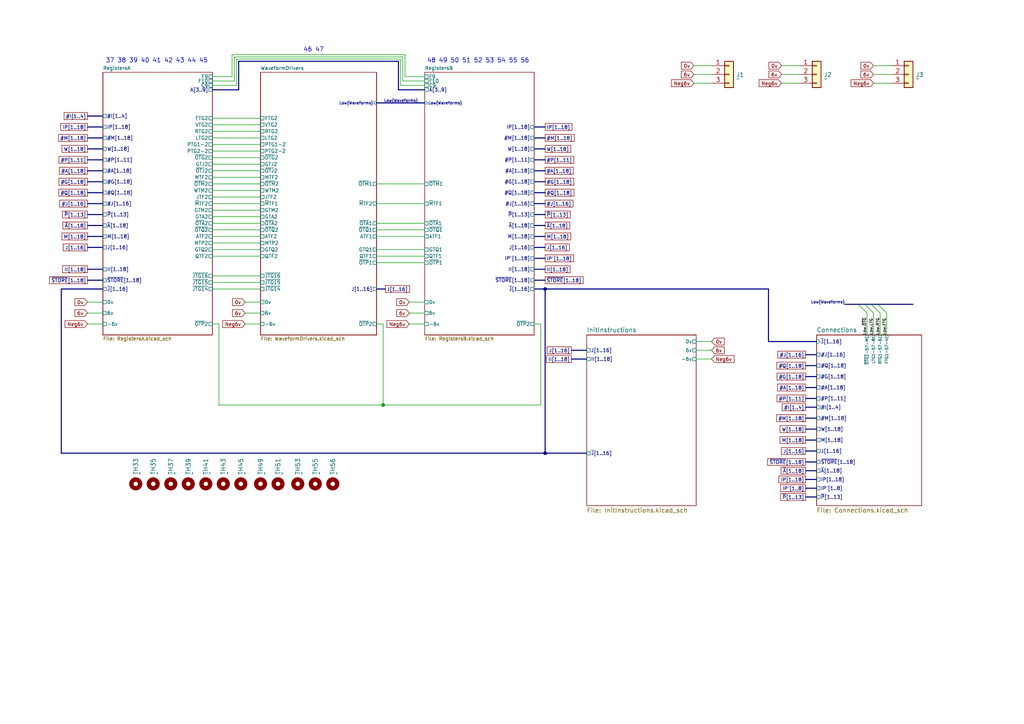
<source format=kicad_sch>
(kicad_sch (version 20211123) (generator eeschema)

  (uuid 8a229de5-d6f2-45c1-8789-667c941a78ee)

  (paper "A4")

  (lib_symbols
    (symbol "Backplane1-rescue:MountingHole-Mechanical" (pin_names (offset 1.016)) (in_bom yes) (on_board yes)
      (property "Reference" "MH" (id 0) (at 0 5.08 0)
        (effects (font (size 1.27 1.27)))
      )
      (property "Value" "MountingHole-Mechanical" (id 1) (at 0 3.175 0)
        (effects (font (size 1.27 1.27)))
      )
      (property "Footprint" "" (id 2) (at 0 0 0)
        (effects (font (size 1.27 1.27)) hide)
      )
      (property "Datasheet" "" (id 3) (at 0 0 0)
        (effects (font (size 1.27 1.27)) hide)
      )
      (property "ki_fp_filters" "MountingHole*" (id 4) (at 0 0 0)
        (effects (font (size 1.27 1.27)) hide)
      )
      (symbol "MountingHole-Mechanical_0_1"
        (circle (center 0 0) (radius 1.27)
          (stroke (width 1.27) (type default) (color 0 0 0 0))
          (fill (type none))
        )
      )
    )
    (symbol "Connector_Generic:Conn_01x03" (pin_names (offset 1.016) hide) (in_bom yes) (on_board yes)
      (property "Reference" "J" (id 0) (at 0 5.08 0)
        (effects (font (size 1.27 1.27)))
      )
      (property "Value" "Conn_01x03" (id 1) (at 0 -5.08 0)
        (effects (font (size 1.27 1.27)))
      )
      (property "Footprint" "" (id 2) (at 0 0 0)
        (effects (font (size 1.27 1.27)) hide)
      )
      (property "Datasheet" "~" (id 3) (at 0 0 0)
        (effects (font (size 1.27 1.27)) hide)
      )
      (property "ki_keywords" "connector" (id 4) (at 0 0 0)
        (effects (font (size 1.27 1.27)) hide)
      )
      (property "ki_description" "Generic connector, single row, 01x03, script generated (kicad-library-utils/schlib/autogen/connector/)" (id 5) (at 0 0 0)
        (effects (font (size 1.27 1.27)) hide)
      )
      (property "ki_fp_filters" "Connector*:*_1x??_*" (id 6) (at 0 0 0)
        (effects (font (size 1.27 1.27)) hide)
      )
      (symbol "Conn_01x03_1_1"
        (rectangle (start -1.27 -2.413) (end 0 -2.667)
          (stroke (width 0.1524) (type default) (color 0 0 0 0))
          (fill (type none))
        )
        (rectangle (start -1.27 0.127) (end 0 -0.127)
          (stroke (width 0.1524) (type default) (color 0 0 0 0))
          (fill (type none))
        )
        (rectangle (start -1.27 2.667) (end 0 2.413)
          (stroke (width 0.1524) (type default) (color 0 0 0 0))
          (fill (type none))
        )
        (rectangle (start -1.27 3.81) (end 1.27 -3.81)
          (stroke (width 0.254) (type default) (color 0 0 0 0))
          (fill (type background))
        )
        (pin passive line (at -5.08 2.54 0) (length 3.81)
          (name "Pin_1" (effects (font (size 1.27 1.27))))
          (number "1" (effects (font (size 1.27 1.27))))
        )
        (pin passive line (at -5.08 0 0) (length 3.81)
          (name "Pin_2" (effects (font (size 1.27 1.27))))
          (number "2" (effects (font (size 1.27 1.27))))
        )
        (pin passive line (at -5.08 -2.54 0) (length 3.81)
          (name "Pin_3" (effects (font (size 1.27 1.27))))
          (number "3" (effects (font (size 1.27 1.27))))
        )
      )
    )
  )

  (bus_alias "Waveforms" (members "FTG" "VTG" "RTG" "LTG" "PTG1" "PTG2" "~{OTG}" "GTJ" "~{OTJ}" "MTF" "~{OTM}" "WTM" "JTF" "~{M}TF" "GTM" "GTA" "~{OTA}" "~{OTQ}" "ATF" "MTP" "GTQ" "QTF"))
  (junction (at 111.125 117.475) (diameter 0) (color 0 0 0 0)
    (uuid 26b6c8f1-976b-4aff-836b-d3219d0fa2de)
  )
  (junction (at 158.115 131.445) (diameter 0) (color 0 0 0 0)
    (uuid b4610be4-140f-47c1-8fa9-4639ed4532b6)
  )
  (junction (at 158.115 83.82) (diameter 0) (color 0 0 0 0)
    (uuid b998f682-15d7-438a-90b4-9678f91f4e28)
  )

  (bus_entry (at 252.73 88.265) (size 2.54 2.54)
    (stroke (width 0) (type default) (color 0 0 0 0))
    (uuid 1d52f0a7-24c4-410f-b970-b443840e21d0)
  )
  (bus_entry (at 254.635 88.265) (size 2.54 2.54)
    (stroke (width 0) (type default) (color 0 0 0 0))
    (uuid 54f23ba9-54fe-4698-b0b8-b32e7353cfbc)
  )
  (bus_entry (at 248.92 88.265) (size 2.54 2.54)
    (stroke (width 0) (type default) (color 0 0 0 0))
    (uuid 72bb5ad3-626d-4f8c-90f5-03a3adfb0d5c)
  )
  (bus_entry (at 250.825 88.265) (size 2.54 2.54)
    (stroke (width 0) (type default) (color 0 0 0 0))
    (uuid c018a01f-7945-4378-b40f-6466d00ef9e0)
  )

  (bus (pts (xy 236.855 141.605) (xy 233.68 141.605))
    (stroke (width 0) (type default) (color 0 0 0 0))
    (uuid 01db20c4-5b4f-4d53-8dd1-c28e71d75e1d)
  )

  (wire (pts (xy 61.595 93.98) (xy 63.5 93.98))
    (stroke (width 0) (type default) (color 0 0 0 0))
    (uuid 026a4a71-e4f0-41ed-b6b7-5a2822857ff9)
  )
  (wire (pts (xy 61.595 60.96) (xy 75.565 60.96))
    (stroke (width 0) (type default) (color 0 0 0 0))
    (uuid 0342b48f-1825-4e9a-99cd-d188bd3d67a4)
  )
  (wire (pts (xy 61.595 55.245) (xy 75.565 55.245))
    (stroke (width 0) (type default) (color 0 0 0 0))
    (uuid 047fcf88-e31c-4dbe-84e1-02371ddc3975)
  )
  (bus (pts (xy 154.94 78.105) (xy 158.115 78.105))
    (stroke (width 0) (type default) (color 0 0 0 0))
    (uuid 04c9d7cb-d7d0-4206-afc6-01a927016296)
  )
  (bus (pts (xy 158.115 49.53) (xy 154.94 49.53))
    (stroke (width 0) (type default) (color 0 0 0 0))
    (uuid 0574cee9-2b6c-43aa-90d8-c00109e05599)
  )

  (wire (pts (xy 156.845 93.98) (xy 154.94 93.98))
    (stroke (width 0) (type default) (color 0 0 0 0))
    (uuid 06171db6-e6d2-4914-a771-0a7ef96f05df)
  )
  (bus (pts (xy 25.4 65.405) (xy 29.845 65.405))
    (stroke (width 0) (type default) (color 0 0 0 0))
    (uuid 07466388-c4eb-42b9-9669-fc974d1179a7)
  )

  (wire (pts (xy 61.595 41.91) (xy 75.565 41.91))
    (stroke (width 0) (type default) (color 0 0 0 0))
    (uuid 0893df53-2e00-4edc-ae84-6934490a9559)
  )
  (wire (pts (xy 253.365 24.13) (xy 258.445 24.13))
    (stroke (width 0) (type default) (color 0 0 0 0))
    (uuid 0aaae6ea-a1f3-41ca-af27-c5bac54a3aac)
  )
  (bus (pts (xy 236.855 118.11) (xy 233.68 118.11))
    (stroke (width 0) (type default) (color 0 0 0 0))
    (uuid 0bf41ca1-e70f-4f49-a975-fd0ae9e1175b)
  )

  (wire (pts (xy 109.22 53.34) (xy 123.19 53.34))
    (stroke (width 0) (type default) (color 0 0 0 0))
    (uuid 0d218e5b-96a1-4fcd-8a39-5ab2e3660d78)
  )
  (bus (pts (xy 233.68 106.045) (xy 236.855 106.045))
    (stroke (width 0) (type default) (color 0 0 0 0))
    (uuid 0db8b036-8d42-4353-9801-8b10b784a0e0)
  )

  (wire (pts (xy 71.12 93.98) (xy 75.565 93.98))
    (stroke (width 0) (type default) (color 0 0 0 0))
    (uuid 0df2ad02-ecd5-43cf-b2ee-0ed529a830be)
  )
  (wire (pts (xy 118.745 93.98) (xy 123.19 93.98))
    (stroke (width 0) (type default) (color 0 0 0 0))
    (uuid 0fdf9653-35bf-4c13-aa9e-613da528c75d)
  )
  (wire (pts (xy 231.775 21.59) (xy 226.695 21.59))
    (stroke (width 0) (type default) (color 0 0 0 0))
    (uuid 15ade961-751d-49d6-add9-ede3b6f1be4e)
  )
  (wire (pts (xy 68.58 17.145) (xy 68.58 24.765))
    (stroke (width 0) (type default) (color 0 0 0 0))
    (uuid 16687a68-10f9-4975-aa58-f54f7ababfa3)
  )
  (bus (pts (xy 158.115 43.18) (xy 154.94 43.18))
    (stroke (width 0) (type default) (color 0 0 0 0))
    (uuid 1a067900-423b-4d4e-822f-c7105af1f0e1)
  )
  (bus (pts (xy 158.115 68.58) (xy 154.94 68.58))
    (stroke (width 0) (type default) (color 0 0 0 0))
    (uuid 1b014b8e-1f43-46e9-ae2c-86b636031534)
  )
  (bus (pts (xy 17.78 83.82) (xy 29.845 83.82))
    (stroke (width 0) (type default) (color 0 0 0 0))
    (uuid 1d6ca256-c508-45dd-bab2-ab46cefae540)
  )
  (bus (pts (xy 25.4 52.705) (xy 29.845 52.705))
    (stroke (width 0) (type default) (color 0 0 0 0))
    (uuid 1e75728c-dea5-4af5-b603-1f9cdef7e17f)
  )

  (wire (pts (xy 253.365 90.805) (xy 253.365 97.155))
    (stroke (width 0) (type default) (color 0 0 0 0))
    (uuid 20115311-31f8-4892-b6cb-d0cbb8f898dd)
  )
  (wire (pts (xy 206.375 104.14) (xy 201.93 104.14))
    (stroke (width 0) (type default) (color 0 0 0 0))
    (uuid 22b94aa8-98df-4dc2-a18c-f64452de8688)
  )
  (wire (pts (xy 123.19 23.495) (xy 116.84 23.495))
    (stroke (width 0) (type default) (color 0 0 0 0))
    (uuid 23971a40-6e5f-48fc-a15a-c7c1436a0353)
  )
  (wire (pts (xy 253.365 19.05) (xy 258.445 19.05))
    (stroke (width 0) (type default) (color 0 0 0 0))
    (uuid 2ac74bdc-c5fd-4087-8572-c21976732843)
  )
  (wire (pts (xy 61.595 36.195) (xy 75.565 36.195))
    (stroke (width 0) (type default) (color 0 0 0 0))
    (uuid 2af67f25-1808-4fea-9712-9e279b9c7b1b)
  )
  (bus (pts (xy 233.68 115.57) (xy 236.855 115.57))
    (stroke (width 0) (type default) (color 0 0 0 0))
    (uuid 2c8b9f19-fb39-4658-bfc5-04a3ff392ca5)
  )

  (wire (pts (xy 68.58 24.765) (xy 61.595 24.765))
    (stroke (width 0) (type default) (color 0 0 0 0))
    (uuid 2da888ac-9906-45e6-bd5b-00fab1f4b5a3)
  )
  (wire (pts (xy 63.5 117.475) (xy 111.125 117.475))
    (stroke (width 0) (type default) (color 0 0 0 0))
    (uuid 2e02b2ca-3e38-4249-8e6d-577d443183bb)
  )
  (bus (pts (xy 25.4 49.53) (xy 29.845 49.53))
    (stroke (width 0) (type default) (color 0 0 0 0))
    (uuid 2fa2cf30-b160-4574-b1f9-8e4e806f47ee)
  )

  (wire (pts (xy 61.595 68.58) (xy 75.565 68.58))
    (stroke (width 0) (type default) (color 0 0 0 0))
    (uuid 329e75de-7921-475b-8090-a382aea20a35)
  )
  (bus (pts (xy 158.115 59.055) (xy 154.94 59.055))
    (stroke (width 0) (type default) (color 0 0 0 0))
    (uuid 34bb4bec-6cd8-4dba-9d79-3fa7edf65e5d)
  )

  (wire (pts (xy 61.595 47.625) (xy 75.565 47.625))
    (stroke (width 0) (type default) (color 0 0 0 0))
    (uuid 3baae136-3721-42a3-9cac-788df0fe256a)
  )
  (wire (pts (xy 61.595 53.34) (xy 75.565 53.34))
    (stroke (width 0) (type default) (color 0 0 0 0))
    (uuid 3c79ed38-fd9e-43eb-a262-b75e68776c37)
  )
  (wire (pts (xy 25.4 93.98) (xy 29.845 93.98))
    (stroke (width 0) (type default) (color 0 0 0 0))
    (uuid 3dd9eb22-8af3-4ccb-80f8-dc94c8e3b8c4)
  )
  (wire (pts (xy 25.4 87.63) (xy 29.845 87.63))
    (stroke (width 0) (type default) (color 0 0 0 0))
    (uuid 404e1b50-f859-4f8d-a6bf-4c7da396ea0d)
  )
  (bus (pts (xy 245.11 88.265) (xy 248.92 88.265))
    (stroke (width 0) (type default) (color 0 0 0 0))
    (uuid 4098b9eb-b301-455a-89fb-7af82cb33a84)
  )
  (bus (pts (xy 250.825 88.265) (xy 252.73 88.265))
    (stroke (width 0) (type default) (color 0 0 0 0))
    (uuid 43c03820-c118-4316-a81c-ca3381a2b0a5)
  )
  (bus (pts (xy 29.845 43.18) (xy 25.4 43.18))
    (stroke (width 0) (type default) (color 0 0 0 0))
    (uuid 484f2fe8-65ac-4a23-8911-d0b5bbdb4f54)
  )
  (bus (pts (xy 25.4 55.88) (xy 29.845 55.88))
    (stroke (width 0) (type default) (color 0 0 0 0))
    (uuid 492b9705-291c-4b7a-a73d-9d4cbf68a52b)
  )

  (wire (pts (xy 61.595 74.295) (xy 75.565 74.295))
    (stroke (width 0) (type default) (color 0 0 0 0))
    (uuid 4cb6d0b3-8b7b-4dad-8973-05c0720d292e)
  )
  (bus (pts (xy 236.855 99.06) (xy 222.885 99.06))
    (stroke (width 0) (type default) (color 0 0 0 0))
    (uuid 4f2448a1-4711-43de-801b-4cf8bb4e9137)
  )
  (bus (pts (xy 233.68 127.635) (xy 236.855 127.635))
    (stroke (width 0) (type default) (color 0 0 0 0))
    (uuid 51a955f3-1ede-4096-a2dd-31d79d9763ec)
  )
  (bus (pts (xy 158.115 62.23) (xy 154.94 62.23))
    (stroke (width 0) (type default) (color 0 0 0 0))
    (uuid 525a28b3-1303-4ef1-9cd6-0b39b0bcc3cf)
  )

  (wire (pts (xy 67.31 15.875) (xy 67.31 22.225))
    (stroke (width 0) (type default) (color 0 0 0 0))
    (uuid 52792789-6d24-497f-94a5-a24745eb9431)
  )
  (wire (pts (xy 156.845 117.475) (xy 156.845 93.98))
    (stroke (width 0) (type default) (color 0 0 0 0))
    (uuid 52e45bb9-c816-436a-8af8-b44ec1e9f02f)
  )
  (wire (pts (xy 226.695 19.05) (xy 231.775 19.05))
    (stroke (width 0) (type default) (color 0 0 0 0))
    (uuid 598b34b0-6cb2-4803-82af-2917214b94e7)
  )
  (bus (pts (xy 109.22 29.845) (xy 123.19 29.845))
    (stroke (width 0) (type default) (color 0 0 0 0))
    (uuid 5c26b2c7-f36c-4733-b16c-3c3af55787e1)
  )

  (wire (pts (xy 116.205 24.765) (xy 123.19 24.765))
    (stroke (width 0) (type default) (color 0 0 0 0))
    (uuid 5e951739-9e83-4d84-96d3-848441d790a5)
  )
  (wire (pts (xy 61.595 43.815) (xy 75.565 43.815))
    (stroke (width 0) (type default) (color 0 0 0 0))
    (uuid 61abec3d-7e39-4bae-8150-4006d9bccbde)
  )
  (wire (pts (xy 226.695 24.13) (xy 231.775 24.13))
    (stroke (width 0) (type default) (color 0 0 0 0))
    (uuid 61ad3349-eb85-411b-bc23-451d1b325404)
  )
  (bus (pts (xy 233.68 136.525) (xy 236.855 136.525))
    (stroke (width 0) (type default) (color 0 0 0 0))
    (uuid 637ff05f-f010-4d2f-a665-4f8a41ed4726)
  )
  (bus (pts (xy 154.94 83.82) (xy 158.115 83.82))
    (stroke (width 0) (type default) (color 0 0 0 0))
    (uuid 642597b4-7d38-4f66-97e8-1490a0806106)
  )

  (wire (pts (xy 201.295 19.05) (xy 206.375 19.05))
    (stroke (width 0) (type default) (color 0 0 0 0))
    (uuid 64bf4f1a-e64c-491b-b380-592c3b84d3b6)
  )
  (bus (pts (xy 233.68 121.285) (xy 236.855 121.285))
    (stroke (width 0) (type default) (color 0 0 0 0))
    (uuid 66a419a7-182e-4948-aa4b-2a815430c9cc)
  )

  (wire (pts (xy 63.5 93.98) (xy 63.5 117.475))
    (stroke (width 0) (type default) (color 0 0 0 0))
    (uuid 6b151188-ec11-4e1b-beee-9e7cd73f3b7d)
  )
  (bus (pts (xy 158.115 83.82) (xy 158.115 131.445))
    (stroke (width 0) (type default) (color 0 0 0 0))
    (uuid 6b59ee1c-61e3-45fe-ab90-791e8815b83f)
  )
  (bus (pts (xy 158.115 74.93) (xy 154.94 74.93))
    (stroke (width 0) (type default) (color 0 0 0 0))
    (uuid 7114044a-a1d7-4ca6-988e-6d84682e9f89)
  )
  (bus (pts (xy 111.76 83.82) (xy 109.22 83.82))
    (stroke (width 0) (type default) (color 0 0 0 0))
    (uuid 712f8c7f-1a9e-4901-846a-c7fdabbc2070)
  )
  (bus (pts (xy 233.68 124.46) (xy 236.855 124.46))
    (stroke (width 0) (type default) (color 0 0 0 0))
    (uuid 726f7e7a-4fa6-4d3c-ab43-829b1485ad4c)
  )

  (wire (pts (xy 71.12 87.63) (xy 75.565 87.63))
    (stroke (width 0) (type default) (color 0 0 0 0))
    (uuid 744595d4-704c-4056-baf8-b5f531ec7c83)
  )
  (bus (pts (xy 158.115 81.28) (xy 154.94 81.28))
    (stroke (width 0) (type default) (color 0 0 0 0))
    (uuid 74a57fb5-2ae8-4cd3-ae49-7355b0e6d97b)
  )

  (wire (pts (xy 109.22 93.98) (xy 111.125 93.98))
    (stroke (width 0) (type default) (color 0 0 0 0))
    (uuid 762c7b86-5e1d-4389-b8cc-5a2c5f10a2fc)
  )
  (wire (pts (xy 116.205 17.145) (xy 116.205 24.765))
    (stroke (width 0) (type default) (color 0 0 0 0))
    (uuid 766ace2f-b131-48d2-acd5-9b53cc25b89f)
  )
  (bus (pts (xy 233.68 144.145) (xy 236.855 144.145))
    (stroke (width 0) (type default) (color 0 0 0 0))
    (uuid 7698159d-4707-4187-808f-8d885220e51e)
  )
  (bus (pts (xy 154.94 65.405) (xy 158.115 65.405))
    (stroke (width 0) (type default) (color 0 0 0 0))
    (uuid 77a4dbe5-556a-4c09-8911-ba84d54f584d)
  )

  (wire (pts (xy 61.595 81.915) (xy 75.565 81.915))
    (stroke (width 0) (type default) (color 0 0 0 0))
    (uuid 7a287ca7-1ce3-485f-81f4-11c464825806)
  )
  (bus (pts (xy 170.18 104.14) (xy 165.735 104.14))
    (stroke (width 0) (type default) (color 0 0 0 0))
    (uuid 7a2ed3fd-0e35-4460-94ab-0d10dcc63755)
  )

  (wire (pts (xy 61.595 38.1) (xy 75.565 38.1))
    (stroke (width 0) (type default) (color 0 0 0 0))
    (uuid 7f496035-ea32-4bec-9eed-be7b9387aeef)
  )
  (wire (pts (xy 109.22 72.39) (xy 123.19 72.39))
    (stroke (width 0) (type default) (color 0 0 0 0))
    (uuid 7f6f070f-b5bf-447b-b64d-f29e3629df26)
  )
  (bus (pts (xy 233.68 109.22) (xy 236.855 109.22))
    (stroke (width 0) (type default) (color 0 0 0 0))
    (uuid 81450b85-75fd-42b0-91f3-2923ad92286f)
  )

  (wire (pts (xy 67.945 23.495) (xy 61.595 23.495))
    (stroke (width 0) (type default) (color 0 0 0 0))
    (uuid 82155353-b12e-4d25-8409-e46d3d490e42)
  )
  (wire (pts (xy 206.375 101.6) (xy 201.93 101.6))
    (stroke (width 0) (type default) (color 0 0 0 0))
    (uuid 825c5628-eb5d-4bbd-a97f-4d525ebfefa9)
  )
  (wire (pts (xy 61.595 34.29) (xy 75.565 34.29))
    (stroke (width 0) (type default) (color 0 0 0 0))
    (uuid 8429bf98-c328-497c-99f4-ea25578b5a31)
  )
  (bus (pts (xy 158.115 46.355) (xy 154.94 46.355))
    (stroke (width 0) (type default) (color 0 0 0 0))
    (uuid 855d1e0b-2880-451c-9e51-49c6eeaa6e9c)
  )
  (bus (pts (xy 29.845 71.755) (xy 25.4 71.755))
    (stroke (width 0) (type default) (color 0 0 0 0))
    (uuid 869b81da-9beb-4cf2-b967-b1a35829b278)
  )
  (bus (pts (xy 25.4 36.83) (xy 29.845 36.83))
    (stroke (width 0) (type default) (color 0 0 0 0))
    (uuid 89d24aea-cf08-47b5-9996-d10b7e034611)
  )
  (bus (pts (xy 233.68 112.395) (xy 236.855 112.395))
    (stroke (width 0) (type default) (color 0 0 0 0))
    (uuid 8ab49a80-7daf-4c09-a329-f942afc3e201)
  )

  (wire (pts (xy 61.595 45.72) (xy 75.565 45.72))
    (stroke (width 0) (type default) (color 0 0 0 0))
    (uuid 8baece79-66e8-41a8-8e60-539bfebfd31d)
  )
  (wire (pts (xy 117.475 15.875) (xy 67.31 15.875))
    (stroke (width 0) (type default) (color 0 0 0 0))
    (uuid 8f46b7bf-0992-4999-ba25-8cf00fe6e8ea)
  )
  (bus (pts (xy 154.94 55.88) (xy 158.115 55.88))
    (stroke (width 0) (type default) (color 0 0 0 0))
    (uuid 9153b632-e09e-4976-a588-594cd1f81cec)
  )
  (bus (pts (xy 29.845 78.105) (xy 25.4 78.105))
    (stroke (width 0) (type default) (color 0 0 0 0))
    (uuid 93bf90e0-1a87-4c8c-8b02-e8ff7e4ef9b5)
  )

  (wire (pts (xy 25.4 90.805) (xy 29.845 90.805))
    (stroke (width 0) (type default) (color 0 0 0 0))
    (uuid 9694c134-0e1a-4873-8f63-db5607b52c27)
  )
  (bus (pts (xy 25.4 46.355) (xy 29.845 46.355))
    (stroke (width 0) (type default) (color 0 0 0 0))
    (uuid 980fc0cd-ee87-4988-89ff-3c8c4386ed0b)
  )

  (wire (pts (xy 118.745 87.63) (xy 123.19 87.63))
    (stroke (width 0) (type default) (color 0 0 0 0))
    (uuid 98ed0308-1283-4c3b-a254-c3eaabeb11dc)
  )
  (wire (pts (xy 61.595 57.15) (xy 75.565 57.15))
    (stroke (width 0) (type default) (color 0 0 0 0))
    (uuid 9babe1ac-ba91-4050-af2b-b6617c644253)
  )
  (wire (pts (xy 61.595 70.485) (xy 75.565 70.485))
    (stroke (width 0) (type default) (color 0 0 0 0))
    (uuid 9cf18de6-3937-4564-bb0d-eb31f5e6f7a7)
  )
  (bus (pts (xy 69.215 17.78) (xy 115.57 17.78))
    (stroke (width 0) (type default) (color 0 0 0 0))
    (uuid 9fdd4bb2-fdd7-45c1-be7f-1d63e0a592fc)
  )

  (wire (pts (xy 61.595 64.77) (xy 75.565 64.77))
    (stroke (width 0) (type default) (color 0 0 0 0))
    (uuid a007c237-8e18-45b0-b612-ce14f5e6e4c9)
  )
  (wire (pts (xy 123.19 59.055) (xy 109.22 59.055))
    (stroke (width 0) (type default) (color 0 0 0 0))
    (uuid a12e12a5-3279-4f02-8e36-56b6c5407878)
  )
  (wire (pts (xy 258.445 21.59) (xy 253.365 21.59))
    (stroke (width 0) (type default) (color 0 0 0 0))
    (uuid a4021c8d-2206-4303-9838-74cf5671bf07)
  )
  (wire (pts (xy 201.295 24.13) (xy 206.375 24.13))
    (stroke (width 0) (type default) (color 0 0 0 0))
    (uuid a64ce7dc-e3f6-4964-b6d3-4bcb8011973e)
  )
  (wire (pts (xy 61.595 62.865) (xy 75.565 62.865))
    (stroke (width 0) (type default) (color 0 0 0 0))
    (uuid a687d3a3-b17f-485e-aca5-9b0746679d16)
  )
  (wire (pts (xy 109.22 66.675) (xy 123.19 66.675))
    (stroke (width 0) (type default) (color 0 0 0 0))
    (uuid a7ac8de9-1846-474f-8ff8-6c59b988265e)
  )
  (bus (pts (xy 25.4 40.005) (xy 29.845 40.005))
    (stroke (width 0) (type default) (color 0 0 0 0))
    (uuid a7d8784e-30be-41da-856d-c02b2ebffc17)
  )

  (wire (pts (xy 61.595 80.01) (xy 75.565 80.01))
    (stroke (width 0) (type default) (color 0 0 0 0))
    (uuid aa38addc-a054-4794-8b3a-82d7e8332f68)
  )
  (wire (pts (xy 255.27 90.805) (xy 255.27 97.155))
    (stroke (width 0) (type default) (color 0 0 0 0))
    (uuid aa8d01a6-6d1c-499e-b761-f17daf0027ee)
  )
  (wire (pts (xy 117.475 22.225) (xy 123.19 22.225))
    (stroke (width 0) (type default) (color 0 0 0 0))
    (uuid b006c569-fb40-41b3-a8a6-8b15441fd591)
  )
  (bus (pts (xy 25.4 68.58) (xy 29.845 68.58))
    (stroke (width 0) (type default) (color 0 0 0 0))
    (uuid b42963f6-0138-4424-a8a5-18a30958d8a6)
  )

  (wire (pts (xy 123.19 74.295) (xy 109.22 74.295))
    (stroke (width 0) (type default) (color 0 0 0 0))
    (uuid b4e24a49-1925-4909-91a3-d5bb35f605fc)
  )
  (wire (pts (xy 111.125 117.475) (xy 156.845 117.475))
    (stroke (width 0) (type default) (color 0 0 0 0))
    (uuid b4e9f693-6255-4c97-966e-cdcad1006a0b)
  )
  (wire (pts (xy 109.22 64.77) (xy 123.19 64.77))
    (stroke (width 0) (type default) (color 0 0 0 0))
    (uuid b4ff2c3f-c614-414b-aee1-74b137c9b99a)
  )
  (wire (pts (xy 123.19 76.2) (xy 109.22 76.2))
    (stroke (width 0) (type default) (color 0 0 0 0))
    (uuid b621df30-f4f6-4d0e-8c32-9a3174e315fd)
  )
  (bus (pts (xy 25.4 81.28) (xy 29.845 81.28))
    (stroke (width 0) (type default) (color 0 0 0 0))
    (uuid b7c09b16-4528-4589-8bd5-0b6e680a2a34)
  )

  (wire (pts (xy 117.475 22.225) (xy 117.475 15.875))
    (stroke (width 0) (type default) (color 0 0 0 0))
    (uuid b8c39d9c-5824-44bf-91a9-84d54da95686)
  )
  (bus (pts (xy 158.115 40.005) (xy 154.94 40.005))
    (stroke (width 0) (type default) (color 0 0 0 0))
    (uuid bab9c8ab-8c7e-47e0-9fb9-f2b78564c945)
  )

  (wire (pts (xy 116.84 16.51) (xy 67.945 16.51))
    (stroke (width 0) (type default) (color 0 0 0 0))
    (uuid bb001e90-6d37-4320-abe6-c3b12d98dd07)
  )
  (wire (pts (xy 116.84 16.51) (xy 116.84 23.495))
    (stroke (width 0) (type default) (color 0 0 0 0))
    (uuid be409e13-f693-4b95-8210-f513e48f7459)
  )
  (bus (pts (xy 25.4 33.655) (xy 29.845 33.655))
    (stroke (width 0) (type default) (color 0 0 0 0))
    (uuid bedaeefc-10aa-4e12-b567-58301c006cf3)
  )

  (wire (pts (xy 109.22 68.58) (xy 123.19 68.58))
    (stroke (width 0) (type default) (color 0 0 0 0))
    (uuid bffb0c58-79bf-40c7-900b-50667bdbb6b1)
  )
  (bus (pts (xy 61.595 26.035) (xy 69.215 26.035))
    (stroke (width 0) (type default) (color 0 0 0 0))
    (uuid c092c9e8-de37-4285-aca3-2f0044166b7a)
  )

  (wire (pts (xy 206.375 99.06) (xy 201.93 99.06))
    (stroke (width 0) (type default) (color 0 0 0 0))
    (uuid c2744afe-e4f0-4afd-9c5f-ab2864594d3c)
  )
  (bus (pts (xy 25.4 59.055) (xy 29.845 59.055))
    (stroke (width 0) (type default) (color 0 0 0 0))
    (uuid c36d0c72-2caa-436b-afac-c032e1175ea6)
  )
  (bus (pts (xy 158.115 71.755) (xy 154.94 71.755))
    (stroke (width 0) (type default) (color 0 0 0 0))
    (uuid c4386a4f-ed42-4f55-90aa-fe4217d84124)
  )
  (bus (pts (xy 165.735 101.6) (xy 170.18 101.6))
    (stroke (width 0) (type default) (color 0 0 0 0))
    (uuid c4b3a72b-4eb1-4193-9e22-7073aea8d665)
  )

  (wire (pts (xy 61.595 49.53) (xy 75.565 49.53))
    (stroke (width 0) (type default) (color 0 0 0 0))
    (uuid c511068e-7413-4688-bc88-ad151c164ffe)
  )
  (wire (pts (xy 61.595 51.435) (xy 75.565 51.435))
    (stroke (width 0) (type default) (color 0 0 0 0))
    (uuid c6f2a94a-5654-4571-9a58-04aad5c5b26a)
  )
  (bus (pts (xy 17.78 131.445) (xy 17.78 83.82))
    (stroke (width 0) (type default) (color 0 0 0 0))
    (uuid cc06b968-c14b-44b6-99bb-ffc1acbce778)
  )

  (wire (pts (xy 61.595 83.82) (xy 75.565 83.82))
    (stroke (width 0) (type default) (color 0 0 0 0))
    (uuid cc82b2aa-0ffd-4316-9531-a30f9d228d89)
  )
  (wire (pts (xy 118.745 90.805) (xy 123.19 90.805))
    (stroke (width 0) (type default) (color 0 0 0 0))
    (uuid ced3cfb8-0e0d-4535-9d2f-2c0b30ce3ec6)
  )
  (bus (pts (xy 154.94 52.705) (xy 158.115 52.705))
    (stroke (width 0) (type default) (color 0 0 0 0))
    (uuid d07f9410-5e38-46f0-856b-5d0807eacec7)
  )
  (bus (pts (xy 158.115 131.445) (xy 170.18 131.445))
    (stroke (width 0) (type default) (color 0 0 0 0))
    (uuid d6a0ad10-4761-4ae7-a35f-699970af55e7)
  )

  (wire (pts (xy 71.12 90.805) (xy 75.565 90.805))
    (stroke (width 0) (type default) (color 0 0 0 0))
    (uuid d99d3240-4101-447a-852a-aeb8906974fc)
  )
  (bus (pts (xy 254.635 88.265) (xy 264.795 88.265))
    (stroke (width 0) (type default) (color 0 0 0 0))
    (uuid d9a7e13b-88df-4d3e-ab02-513f5511854e)
  )
  (bus (pts (xy 236.855 102.87) (xy 233.68 102.87))
    (stroke (width 0) (type default) (color 0 0 0 0))
    (uuid d9f71ed8-a707-4ab9-a34b-0a0bdd4a7bba)
  )
  (bus (pts (xy 69.215 26.035) (xy 69.215 17.78))
    (stroke (width 0) (type default) (color 0 0 0 0))
    (uuid dd4009e6-5d15-43ff-a8bf-2ff7b864375f)
  )
  (bus (pts (xy 115.57 17.78) (xy 115.57 26.035))
    (stroke (width 0) (type default) (color 0 0 0 0))
    (uuid df1b4d70-1c20-4111-89b3-dd46e69c42b5)
  )

  (wire (pts (xy 257.175 90.805) (xy 257.175 97.155))
    (stroke (width 0) (type default) (color 0 0 0 0))
    (uuid e03d3c1c-87ab-4b82-8667-7690c7ed967b)
  )
  (bus (pts (xy 115.57 26.035) (xy 123.19 26.035))
    (stroke (width 0) (type default) (color 0 0 0 0))
    (uuid e1717fac-91b9-4283-9a03-4b7b1de05407)
  )

  (wire (pts (xy 61.595 40.005) (xy 75.565 40.005))
    (stroke (width 0) (type default) (color 0 0 0 0))
    (uuid e2884a38-a30b-4608-908d-f19f986f99c4)
  )
  (bus (pts (xy 233.68 130.81) (xy 236.855 130.81))
    (stroke (width 0) (type default) (color 0 0 0 0))
    (uuid e5b783f3-3874-408c-96d4-4054c25a5e7e)
  )
  (bus (pts (xy 25.4 62.23) (xy 29.845 62.23))
    (stroke (width 0) (type default) (color 0 0 0 0))
    (uuid e66020a3-cfe7-4868-ac0e-47cd333a6ec2)
  )

  (wire (pts (xy 68.58 17.145) (xy 116.205 17.145))
    (stroke (width 0) (type default) (color 0 0 0 0))
    (uuid e77ae5a2-14aa-4a8e-a5bb-098f37dc9f5e)
  )
  (wire (pts (xy 67.945 16.51) (xy 67.945 23.495))
    (stroke (width 0) (type default) (color 0 0 0 0))
    (uuid e7d8d2a4-7a67-4fb6-a9f9-7f294163f992)
  )
  (wire (pts (xy 61.595 66.675) (xy 75.565 66.675))
    (stroke (width 0) (type default) (color 0 0 0 0))
    (uuid e987e203-743d-4b4f-b106-6e35fa125a76)
  )
  (wire (pts (xy 251.46 90.805) (xy 251.46 97.155))
    (stroke (width 0) (type default) (color 0 0 0 0))
    (uuid ef4dc31a-f38b-4be7-925d-2499856696a7)
  )
  (bus (pts (xy 222.885 99.06) (xy 222.885 83.82))
    (stroke (width 0) (type default) (color 0 0 0 0))
    (uuid efbc1302-0a49-493c-9ec4-c5f4586ea8b2)
  )
  (bus (pts (xy 248.92 88.265) (xy 250.825 88.265))
    (stroke (width 0) (type default) (color 0 0 0 0))
    (uuid f06a1a44-36b0-4a63-8fc2-fef6998722fa)
  )

  (wire (pts (xy 111.125 93.98) (xy 111.125 117.475))
    (stroke (width 0) (type default) (color 0 0 0 0))
    (uuid f0d254c6-069c-42bc-8a79-3f3e4e964c80)
  )
  (bus (pts (xy 252.73 88.265) (xy 254.635 88.265))
    (stroke (width 0) (type default) (color 0 0 0 0))
    (uuid f14834e0-428f-4208-bd2f-a0927a530987)
  )

  (wire (pts (xy 206.375 21.59) (xy 201.295 21.59))
    (stroke (width 0) (type default) (color 0 0 0 0))
    (uuid f4dc065f-ea76-48f3-9f4a-4a2e577678e1)
  )
  (wire (pts (xy 67.31 22.225) (xy 61.595 22.225))
    (stroke (width 0) (type default) (color 0 0 0 0))
    (uuid f4dcb248-c7a0-46d1-a3e9-909b639f0f6b)
  )
  (bus (pts (xy 17.78 131.445) (xy 158.115 131.445))
    (stroke (width 0) (type default) (color 0 0 0 0))
    (uuid f899cf2e-a664-4a24-859c-ff8f33421895)
  )

  (wire (pts (xy 75.565 59.055) (xy 61.595 59.055))
    (stroke (width 0) (type default) (color 0 0 0 0))
    (uuid fa882306-d16d-4d08-ae47-c341bfedc071)
  )
  (bus (pts (xy 233.68 133.985) (xy 236.855 133.985))
    (stroke (width 0) (type default) (color 0 0 0 0))
    (uuid fbb769b5-ffb7-4197-9d36-fcbd5a78d356)
  )
  (bus (pts (xy 154.94 36.83) (xy 158.115 36.83))
    (stroke (width 0) (type default) (color 0 0 0 0))
    (uuid fcc92e65-2c8d-4237-b264-d74b9e118791)
  )
  (bus (pts (xy 233.68 139.065) (xy 236.855 139.065))
    (stroke (width 0) (type default) (color 0 0 0 0))
    (uuid fe79538e-667f-4efc-b400-f26869d2dcf5)
  )
  (bus (pts (xy 222.885 83.82) (xy 158.115 83.82))
    (stroke (width 0) (type default) (color 0 0 0 0))
    (uuid ff22b510-5874-42b0-a691-96c92cbd064b)
  )

  (wire (pts (xy 75.565 72.39) (xy 61.595 72.39))
    (stroke (width 0) (type default) (color 0 0 0 0))
    (uuid ff650459-8135-45aa-a71f-2bd402e3eb17)
  )

  (text "48 49 50 51 52 53 54 55 56" (at 123.825 18.415 0)
    (effects (font (size 1.27 1.27)) (justify left bottom))
    (uuid 2b5453e9-13e8-4405-a575-75d71eaed25a)
  )
  (text "37 38 39 40 41 42 43 44 45" (at 60.325 18.415 180)
    (effects (font (size 1.27 1.27)) (justify right bottom))
    (uuid 396e661e-a010-40c5-918b-906aa39dd962)
  )
  (text "46 47" (at 93.98 15.24 180)
    (effects (font (size 1.27 1.27)) (justify right bottom))
    (uuid a73cfd94-f0e4-4e3b-9ad9-07e96e07ae9b)
  )

  (label "Low.~{OTG}" (at 251.46 97.155 90)
    (effects (font (size 0.8128 0.8128)) (justify left bottom))
    (uuid 0f5f516f-a2cc-4ea8-8071-74cb2806f665)
  )
  (label "Low{Waveforms}" (at 121.285 29.845 180)
    (effects (font (size 0.8128 0.8128)) (justify right bottom))
    (uuid 1c576d49-f1b4-4f20-8b06-b66fc05e14fa)
  )
  (label "Low.RTG" (at 255.27 97.155 90)
    (effects (font (size 0.8128 0.8128)) (justify left bottom))
    (uuid 76249c64-bd09-4452-a2fe-7e69ccc9d413)
  )
  (label "Low.FTG" (at 257.175 97.155 90)
    (effects (font (size 0.8128 0.8128)) (justify left bottom))
    (uuid 76bd4846-16fc-4edd-aee6-9f1f00377ac7)
  )
  (label "Low.LTG" (at 253.365 97.155 90)
    (effects (font (size 0.8128 0.8128)) (justify left bottom))
    (uuid a6312d41-c6ac-4be2-94eb-333b3720bd1d)
  )
  (label "Low{Waveforms}" (at 245.11 88.265 180)
    (effects (font (size 0.8128 0.8128)) (justify right bottom))
    (uuid d64dc1e1-4a36-473d-81b1-77de8e605eb1)
  )

  (global_label "~{A}[1..18]" (shape passive) (at 233.68 136.525 180) (fields_autoplaced)
    (effects (font (size 1.016 1.016)) (justify right))
    (uuid 011dc7e6-2b13-419a-8910-2e17615cd72e)
    (property "Intersheet References" "${INTERSHEET_REFS}" (id 0) (at 0 0 0)
      (effects (font (size 1.27 1.27)) hide)
    )
  )
  (global_label "6v" (shape input) (at 253.365 21.59 180) (fields_autoplaced)
    (effects (font (size 1.016 1.016)) (justify right))
    (uuid 03be98fe-91cc-44e9-91d6-bdbafe1d30c5)
    (property "Intersheet References" "${INTERSHEET_REFS}" (id 0) (at 0 0 0)
      (effects (font (size 1.27 1.27)) hide)
    )
  )
  (global_label "#Q[1..18]" (shape passive) (at 25.4 55.88 180) (fields_autoplaced)
    (effects (font (size 1.016 1.016)) (justify right))
    (uuid 06a85921-60dc-466f-af5d-99c0166ab1c9)
    (property "Intersheet References" "${INTERSHEET_REFS}" (id 0) (at 0 0 0)
      (effects (font (size 1.27 1.27)) hide)
    )
  )
  (global_label "W[1..18]" (shape passive) (at 25.4 43.18 180) (fields_autoplaced)
    (effects (font (size 1.016 1.016)) (justify right))
    (uuid 0d64cbe5-ccab-4931-9904-f9717ad69cab)
    (property "Intersheet References" "${INTERSHEET_REFS}" (id 0) (at 0 0 0)
      (effects (font (size 1.27 1.27)) hide)
    )
  )
  (global_label "~{P}[1..13]" (shape passive) (at 158.115 62.23 0) (fields_autoplaced)
    (effects (font (size 1.016 1.016)) (justify left))
    (uuid 1d283b35-b1ef-4dea-b446-ea1ae329e282)
    (property "Intersheet References" "${INTERSHEET_REFS}" (id 0) (at 0 0 0)
      (effects (font (size 1.27 1.27)) hide)
    )
  )
  (global_label "#Q[1..18]" (shape passive) (at 233.68 106.045 180) (fields_autoplaced)
    (effects (font (size 1.016 1.016)) (justify right))
    (uuid 26acdcf6-5246-4bbd-8012-ee4317c1bf7d)
    (property "Intersheet References" "${INTERSHEET_REFS}" (id 0) (at 0 0 0)
      (effects (font (size 1.27 1.27)) hide)
    )
  )
  (global_label "II[1..18]" (shape passive) (at 25.4 78.105 180) (fields_autoplaced)
    (effects (font (size 1.016 1.016)) (justify right))
    (uuid 30e84955-2289-4da8-be56-68345a7bbb26)
    (property "Intersheet References" "${INTERSHEET_REFS}" (id 0) (at 0 0 0)
      (effects (font (size 1.27 1.27)) hide)
    )
  )
  (global_label "IP[1..18]" (shape passive) (at 233.68 139.065 180) (fields_autoplaced)
    (effects (font (size 1.016 1.016)) (justify right))
    (uuid 30f59ed1-e5dd-4f34-bd02-1fe5e87b50e9)
    (property "Intersheet References" "${INTERSHEET_REFS}" (id 0) (at 0 0 0)
      (effects (font (size 1.27 1.27)) hide)
    )
  )
  (global_label "6v" (shape input) (at 206.375 101.6 0) (fields_autoplaced)
    (effects (font (size 1.016 1.016)) (justify left))
    (uuid 3164076d-3e61-42fe-8dec-a433b24ef627)
    (property "Intersheet References" "${INTERSHEET_REFS}" (id 0) (at 0 0 0)
      (effects (font (size 1.27 1.27)) hide)
    )
  )
  (global_label "0v" (shape input) (at 25.4 87.63 180) (fields_autoplaced)
    (effects (font (size 1.016 1.016)) (justify right))
    (uuid 31c2d2ef-d886-4185-af4b-85e85e08e279)
    (property "Intersheet References" "${INTERSHEET_REFS}" (id 0) (at 21.799 87.5665 0)
      (effects (font (size 1.016 1.016)) (justify right) hide)
    )
  )
  (global_label "II[1..18]" (shape passive) (at 158.115 78.105 0) (fields_autoplaced)
    (effects (font (size 1.016 1.016)) (justify left))
    (uuid 384000aa-2cd1-4d00-8bb0-5f296fe78ef3)
    (property "Intersheet References" "${INTERSHEET_REFS}" (id 0) (at 0 0 0)
      (effects (font (size 1.27 1.27)) hide)
    )
  )
  (global_label "M[1..18]" (shape passive) (at 233.68 127.635 180) (fields_autoplaced)
    (effects (font (size 1.016 1.016)) (justify right))
    (uuid 3b328383-a75b-4826-a3dc-ddc0a459697c)
    (property "Intersheet References" "${INTERSHEET_REFS}" (id 0) (at 0 0 0)
      (effects (font (size 1.27 1.27)) hide)
    )
  )
  (global_label "Neg6v" (shape input) (at 201.295 24.13 180) (fields_autoplaced)
    (effects (font (size 1.016 1.016)) (justify right))
    (uuid 3b567635-432f-45cf-9ddc-c1cc4f8f135d)
    (property "Intersheet References" "${INTERSHEET_REFS}" (id 0) (at 0 0 0)
      (effects (font (size 1.27 1.27)) hide)
    )
  )
  (global_label "M[1..18]" (shape passive) (at 25.4 68.58 180) (fields_autoplaced)
    (effects (font (size 1.016 1.016)) (justify right))
    (uuid 3dc6df2f-0ca8-4c2a-abbc-9636f5f3f798)
    (property "Intersheet References" "${INTERSHEET_REFS}" (id 0) (at 0 0 0)
      (effects (font (size 1.27 1.27)) hide)
    )
  )
  (global_label "~{A}[1..18]" (shape passive) (at 158.115 65.405 0) (fields_autoplaced)
    (effects (font (size 1.016 1.016)) (justify left))
    (uuid 4000b848-02d4-4023-a42a-f0d66fc059f4)
    (property "Intersheet References" "${INTERSHEET_REFS}" (id 0) (at 0 0 0)
      (effects (font (size 1.27 1.27)) hide)
    )
  )
  (global_label "#J[1..16]" (shape passive) (at 233.68 102.87 180) (fields_autoplaced)
    (effects (font (size 1.016 1.016)) (justify right))
    (uuid 4011d078-156a-4ef4-bb33-e525d0654a12)
    (property "Intersheet References" "${INTERSHEET_REFS}" (id 0) (at 0 0 0)
      (effects (font (size 1.27 1.27)) hide)
    )
  )
  (global_label "6v" (shape input) (at 71.12 90.805 180) (fields_autoplaced)
    (effects (font (size 1.016 1.016)) (justify right))
    (uuid 44c102ad-efd0-4c98-b2ed-53a69bfa4b43)
    (property "Intersheet References" "${INTERSHEET_REFS}" (id 0) (at 0 0 0)
      (effects (font (size 1.27 1.27)) hide)
    )
  )
  (global_label "#J[1..16]" (shape passive) (at 25.4 59.055 180) (fields_autoplaced)
    (effects (font (size 1.016 1.016)) (justify right))
    (uuid 44ff05d1-f0ef-4295-89a4-f27ddc1b71a9)
    (property "Intersheet References" "${INTERSHEET_REFS}" (id 0) (at 0 0 0)
      (effects (font (size 1.27 1.27)) hide)
    )
  )
  (global_label "0v" (shape input) (at 118.745 87.63 180) (fields_autoplaced)
    (effects (font (size 1.016 1.016)) (justify right))
    (uuid 45ca44c2-9a3a-447e-bdf2-3b247db617b5)
    (property "Intersheet References" "${INTERSHEET_REFS}" (id 0) (at 115.144 87.5665 0)
      (effects (font (size 1.016 1.016)) (justify right) hide)
    )
  )
  (global_label "~{P}[1..13]" (shape passive) (at 25.4 62.23 180) (fields_autoplaced)
    (effects (font (size 1.016 1.016)) (justify right))
    (uuid 480c017b-085e-43a3-ac98-1c049a577472)
    (property "Intersheet References" "${INTERSHEET_REFS}" (id 0) (at 0 0 0)
      (effects (font (size 1.27 1.27)) hide)
    )
  )
  (global_label "6v" (shape input) (at 201.295 21.59 180) (fields_autoplaced)
    (effects (font (size 1.016 1.016)) (justify right))
    (uuid 4ca0a3b0-dc43-409d-a463-8b3900eab116)
    (property "Intersheet References" "${INTERSHEET_REFS}" (id 0) (at 0 0 0)
      (effects (font (size 1.27 1.27)) hide)
    )
  )
  (global_label "IP'[1..18]" (shape passive) (at 158.115 74.93 0) (fields_autoplaced)
    (effects (font (size 1.016 1.016)) (justify left))
    (uuid 4cc3d493-d99a-41e2-a640-031339ebb2ae)
    (property "Intersheet References" "${INTERSHEET_REFS}" (id 0) (at 167.1831 74.8665 0)
      (effects (font (size 1.016 1.016)) (justify left) hide)
    )
  )
  (global_label "Neg6v" (shape input) (at 25.4 93.98 180) (fields_autoplaced)
    (effects (font (size 1.016 1.016)) (justify right))
    (uuid 4fd9b451-dcd2-426f-be21-77b2271fe7b2)
    (property "Intersheet References" "${INTERSHEET_REFS}" (id 0) (at 0 0 0)
      (effects (font (size 1.27 1.27)) hide)
    )
  )
  (global_label "#M[1..18]" (shape passive) (at 25.4 40.005 180) (fields_autoplaced)
    (effects (font (size 1.016 1.016)) (justify right))
    (uuid 51204695-76c8-4d3d-a9ad-f999e302f67b)
    (property "Intersheet References" "${INTERSHEET_REFS}" (id 0) (at 0 0 0)
      (effects (font (size 1.27 1.27)) hide)
    )
  )
  (global_label "0v" (shape input) (at 206.375 99.06 0) (fields_autoplaced)
    (effects (font (size 1.016 1.016)) (justify left))
    (uuid 54b00c67-ce0d-4355-8d6d-7b78848f2753)
    (property "Intersheet References" "${INTERSHEET_REFS}" (id 0) (at 209.976 98.9965 0)
      (effects (font (size 1.016 1.016)) (justify left) hide)
    )
  )
  (global_label "~{STORE}[1..18]" (shape passive) (at 233.68 133.985 180) (fields_autoplaced)
    (effects (font (size 1.016 1.016)) (justify right))
    (uuid 55bcc604-7ca9-4ac5-a7eb-87b446541eec)
    (property "Intersheet References" "${INTERSHEET_REFS}" (id 0) (at 0 0 0)
      (effects (font (size 1.27 1.27)) hide)
    )
  )
  (global_label "0v" (shape input) (at 201.295 19.05 180) (fields_autoplaced)
    (effects (font (size 1.016 1.016)) (justify right))
    (uuid 56ab432c-0dc2-4a86-af59-f2f0a0ad6df6)
    (property "Intersheet References" "${INTERSHEET_REFS}" (id 0) (at 197.694 18.9865 0)
      (effects (font (size 1.016 1.016)) (justify right) hide)
    )
  )
  (global_label "#I[1..4]" (shape passive) (at 25.4 33.655 180) (fields_autoplaced)
    (effects (font (size 1.016 1.016)) (justify right))
    (uuid 5a0dbc56-7a1c-4d90-b53c-e2d13725eed7)
    (property "Intersheet References" "${INTERSHEET_REFS}" (id 0) (at 0 0 0)
      (effects (font (size 1.27 1.27)) hide)
    )
  )
  (global_label "M[1..18]" (shape passive) (at 158.115 68.58 0) (fields_autoplaced)
    (effects (font (size 1.016 1.016)) (justify left))
    (uuid 5eb2b464-3eb7-45e0-9655-0373e04fc624)
    (property "Intersheet References" "${INTERSHEET_REFS}" (id 0) (at 0 0 0)
      (effects (font (size 1.27 1.27)) hide)
    )
  )
  (global_label "J[1..16]" (shape passive) (at 165.735 101.6 180) (fields_autoplaced)
    (effects (font (size 1.016 1.016)) (justify right))
    (uuid 61d17d7b-e434-4d38-9d57-1d2b0cb4cd0d)
    (property "Intersheet References" "${INTERSHEET_REFS}" (id 0) (at 0 0 0)
      (effects (font (size 1.27 1.27)) hide)
    )
  )
  (global_label "Neg6v" (shape input) (at 71.12 93.98 180) (fields_autoplaced)
    (effects (font (size 1.016 1.016)) (justify right))
    (uuid 6fcd274c-3f25-4368-82c4-222930ad80e4)
    (property "Intersheet References" "${INTERSHEET_REFS}" (id 0) (at 0 0 0)
      (effects (font (size 1.27 1.27)) hide)
    )
  )
  (global_label "#A[1..18]" (shape passive) (at 25.4 49.53 180) (fields_autoplaced)
    (effects (font (size 1.016 1.016)) (justify right))
    (uuid 6feb57b8-3a7f-482a-a742-de58a602b99d)
    (property "Intersheet References" "${INTERSHEET_REFS}" (id 0) (at 0 0 0)
      (effects (font (size 1.27 1.27)) hide)
    )
  )
  (global_label "#G[1..18]" (shape passive) (at 25.4 52.705 180) (fields_autoplaced)
    (effects (font (size 1.016 1.016)) (justify right))
    (uuid 712cf3dd-ac5d-4c6b-be17-01fb8b7113f1)
    (property "Intersheet References" "${INTERSHEET_REFS}" (id 0) (at 0 0 0)
      (effects (font (size 1.27 1.27)) hide)
    )
  )
  (global_label "~{STORE}[1..18]" (shape passive) (at 25.4 81.28 180) (fields_autoplaced)
    (effects (font (size 1.016 1.016)) (justify right))
    (uuid 71533b6e-8ca9-474f-bb18-30d682fb5efd)
    (property "Intersheet References" "${INTERSHEET_REFS}" (id 0) (at 0 0 0)
      (effects (font (size 1.27 1.27)) hide)
    )
  )
  (global_label "6v" (shape input) (at 25.4 90.805 180) (fields_autoplaced)
    (effects (font (size 1.016 1.016)) (justify right))
    (uuid 754de11e-e03d-4f42-a46b-d6f508bdded5)
    (property "Intersheet References" "${INTERSHEET_REFS}" (id 0) (at 0 0 0)
      (effects (font (size 1.27 1.27)) hide)
    )
  )
  (global_label "#G[1..18]" (shape passive) (at 233.68 109.22 180) (fields_autoplaced)
    (effects (font (size 1.016 1.016)) (justify right))
    (uuid 8086585f-9fd1-4dfd-84e9-da8f0d0de283)
    (property "Intersheet References" "${INTERSHEET_REFS}" (id 0) (at 0 0 0)
      (effects (font (size 1.27 1.27)) hide)
    )
  )
  (global_label "#M[1..18]" (shape passive) (at 233.68 121.285 180) (fields_autoplaced)
    (effects (font (size 1.016 1.016)) (justify right))
    (uuid 86d0076b-6377-4012-a4cb-826cbfea0aba)
    (property "Intersheet References" "${INTERSHEET_REFS}" (id 0) (at 0 0 0)
      (effects (font (size 1.27 1.27)) hide)
    )
  )
  (global_label "Neg6v" (shape input) (at 118.745 93.98 180) (fields_autoplaced)
    (effects (font (size 1.016 1.016)) (justify right))
    (uuid 87f350d7-a7a9-49b7-b65d-7b84f8c1f3b9)
    (property "Intersheet References" "${INTERSHEET_REFS}" (id 0) (at 0 0 0)
      (effects (font (size 1.27 1.27)) hide)
    )
  )
  (global_label "#G[1..18]" (shape passive) (at 158.115 52.705 0) (fields_autoplaced)
    (effects (font (size 1.016 1.016)) (justify left))
    (uuid 8b134159-9c13-4bde-99fb-b38b0c8664bb)
    (property "Intersheet References" "${INTERSHEET_REFS}" (id 0) (at 0 0 0)
      (effects (font (size 1.27 1.27)) hide)
    )
  )
  (global_label "Neg6v" (shape input) (at 253.365 24.13 180) (fields_autoplaced)
    (effects (font (size 1.016 1.016)) (justify right))
    (uuid 8e1e9150-4e3a-4d5a-b41f-b3a90409b3d2)
    (property "Intersheet References" "${INTERSHEET_REFS}" (id 0) (at 0 0 0)
      (effects (font (size 1.27 1.27)) hide)
    )
  )
  (global_label "IP'[1..8]" (shape passive) (at 233.68 141.605 180) (fields_autoplaced)
    (effects (font (size 1.016 1.016)) (justify right))
    (uuid 8eac5827-4bad-434f-87f2-2c15149854d6)
    (property "Intersheet References" "${INTERSHEET_REFS}" (id 0) (at 0 0 0)
      (effects (font (size 1.27 1.27)) hide)
    )
  )
  (global_label "#A[1..18]" (shape passive) (at 233.68 112.395 180) (fields_autoplaced)
    (effects (font (size 1.016 1.016)) (justify right))
    (uuid 8f6e3790-a99e-40b3-a75d-56751356f0e6)
    (property "Intersheet References" "${INTERSHEET_REFS}" (id 0) (at 0 0 0)
      (effects (font (size 1.27 1.27)) hide)
    )
  )
  (global_label "#A[1..18]" (shape passive) (at 158.115 49.53 0) (fields_autoplaced)
    (effects (font (size 1.016 1.016)) (justify left))
    (uuid 92b8765a-b481-4a9a-8ad8-978ce40dcb99)
    (property "Intersheet References" "${INTERSHEET_REFS}" (id 0) (at 0 0 0)
      (effects (font (size 1.27 1.27)) hide)
    )
  )
  (global_label "Neg6v" (shape input) (at 226.695 24.13 180) (fields_autoplaced)
    (effects (font (size 1.016 1.016)) (justify right))
    (uuid 97336aa1-6bc8-42ca-a0b8-3e62770e450a)
    (property "Intersheet References" "${INTERSHEET_REFS}" (id 0) (at 0 0 0)
      (effects (font (size 1.27 1.27)) hide)
    )
  )
  (global_label "W[1..18]" (shape passive) (at 233.68 124.46 180) (fields_autoplaced)
    (effects (font (size 1.016 1.016)) (justify right))
    (uuid 9cf33424-faa3-49a3-9297-8648fc09d48e)
    (property "Intersheet References" "${INTERSHEET_REFS}" (id 0) (at 0 0 0)
      (effects (font (size 1.27 1.27)) hide)
    )
  )
  (global_label "~{P}[1..13]" (shape passive) (at 233.68 144.145 180) (fields_autoplaced)
    (effects (font (size 1.016 1.016)) (justify right))
    (uuid 9e56b5c7-cf80-4394-b815-c617696b7906)
    (property "Intersheet References" "${INTERSHEET_REFS}" (id 0) (at 0 0 0)
      (effects (font (size 1.27 1.27)) hide)
    )
  )
  (global_label "~{A}[1..18]" (shape passive) (at 25.4 65.405 180) (fields_autoplaced)
    (effects (font (size 1.016 1.016)) (justify right))
    (uuid 9f03c7c7-5f64-4b02-a26d-416e84b11ed3)
    (property "Intersheet References" "${INTERSHEET_REFS}" (id 0) (at 0 0 0)
      (effects (font (size 1.27 1.27)) hide)
    )
  )
  (global_label "#M[1..18]" (shape passive) (at 158.115 40.005 0) (fields_autoplaced)
    (effects (font (size 1.016 1.016)) (justify left))
    (uuid 9f253b67-0dca-432c-8099-553964c67200)
    (property "Intersheet References" "${INTERSHEET_REFS}" (id 0) (at 0 0 0)
      (effects (font (size 1.27 1.27)) hide)
    )
  )
  (global_label "#P[1..11]" (shape passive) (at 233.68 115.57 180) (fields_autoplaced)
    (effects (font (size 1.016 1.016)) (justify right))
    (uuid a568c406-7084-40b4-a5ca-e5b834596dc6)
    (property "Intersheet References" "${INTERSHEET_REFS}" (id 0) (at 0 0 0)
      (effects (font (size 1.27 1.27)) hide)
    )
  )
  (global_label "0v" (shape input) (at 71.12 87.63 180) (fields_autoplaced)
    (effects (font (size 1.016 1.016)) (justify right))
    (uuid aa2d9691-e9a0-4cb2-967b-9f80688065b2)
    (property "Intersheet References" "${INTERSHEET_REFS}" (id 0) (at 67.519 87.5665 0)
      (effects (font (size 1.016 1.016)) (justify right) hide)
    )
  )
  (global_label "Neg6v" (shape input) (at 206.375 104.14 0) (fields_autoplaced)
    (effects (font (size 1.016 1.016)) (justify left))
    (uuid bad8332c-ca88-4669-9b2e-d4f239d89bd8)
    (property "Intersheet References" "${INTERSHEET_REFS}" (id 0) (at 0 0 0)
      (effects (font (size 1.27 1.27)) hide)
    )
  )
  (global_label "IP[1..18]" (shape passive) (at 158.115 36.83 0) (fields_autoplaced)
    (effects (font (size 1.016 1.016)) (justify left))
    (uuid bd2d9433-7dc7-415e-a64c-2d6973e85671)
    (property "Intersheet References" "${INTERSHEET_REFS}" (id 0) (at 0 0 0)
      (effects (font (size 1.27 1.27)) hide)
    )
  )
  (global_label "#I[1..4]" (shape passive) (at 233.68 118.11 180) (fields_autoplaced)
    (effects (font (size 1.016 1.016)) (justify right))
    (uuid bfc2501f-9d47-4711-aa00-04c26e0f2a4a)
    (property "Intersheet References" "${INTERSHEET_REFS}" (id 0) (at 0 0 0)
      (effects (font (size 1.27 1.27)) hide)
    )
  )
  (global_label "IP[1..18]" (shape passive) (at 25.4 36.83 180) (fields_autoplaced)
    (effects (font (size 1.016 1.016)) (justify right))
    (uuid c97c6b0e-10a1-41a8-a60d-dba7ff0c69e8)
    (property "Intersheet References" "${INTERSHEET_REFS}" (id 0) (at 0 0 0)
      (effects (font (size 1.27 1.27)) hide)
    )
  )
  (global_label "W[1..18]" (shape passive) (at 158.115 43.18 0) (fields_autoplaced)
    (effects (font (size 1.016 1.016)) (justify left))
    (uuid cabf5d5d-4a2a-42fd-97c0-627729c023b9)
    (property "Intersheet References" "${INTERSHEET_REFS}" (id 0) (at 0 0 0)
      (effects (font (size 1.27 1.27)) hide)
    )
  )
  (global_label "#J[1..16]" (shape passive) (at 158.115 59.055 0) (fields_autoplaced)
    (effects (font (size 1.016 1.016)) (justify left))
    (uuid d5c2a7ee-c21d-4727-92e6-307c0dcc4c7f)
    (property "Intersheet References" "${INTERSHEET_REFS}" (id 0) (at 0 0 0)
      (effects (font (size 1.27 1.27)) hide)
    )
  )
  (global_label "II[1..18]" (shape passive) (at 165.735 104.14 180) (fields_autoplaced)
    (effects (font (size 1.016 1.016)) (justify right))
    (uuid d998cf5a-047a-457c-94f8-43b7d6a06260)
    (property "Intersheet References" "${INTERSHEET_REFS}" (id 0) (at 0 0 0)
      (effects (font (size 1.27 1.27)) hide)
    )
  )
  (global_label "6v" (shape input) (at 118.745 90.805 180) (fields_autoplaced)
    (effects (font (size 1.016 1.016)) (justify right))
    (uuid dd2a8836-bf53-4786-b6b9-bcdb9728033e)
    (property "Intersheet References" "${INTERSHEET_REFS}" (id 0) (at 0 0 0)
      (effects (font (size 1.27 1.27)) hide)
    )
  )
  (global_label "#P[1..11]" (shape passive) (at 158.115 46.355 0) (fields_autoplaced)
    (effects (font (size 1.016 1.016)) (justify left))
    (uuid e19ac4fa-9824-483d-bd32-1325656923cb)
    (property "Intersheet References" "${INTERSHEET_REFS}" (id 0) (at 0 0 0)
      (effects (font (size 1.27 1.27)) hide)
    )
  )
  (global_label "J[1..16]" (shape passive) (at 158.115 71.755 0) (fields_autoplaced)
    (effects (font (size 1.016 1.016)) (justify left))
    (uuid e26d418d-f1d0-47c3-a327-68c96421d176)
    (property "Intersheet References" "${INTERSHEET_REFS}" (id 0) (at 0 0 0)
      (effects (font (size 1.27 1.27)) hide)
    )
  )
  (global_label "J[1..16]" (shape passive) (at 111.76 83.82 0) (fields_autoplaced)
    (effects (font (size 1.016 1.016)) (justify left))
    (uuid e3398580-ece3-4a1f-a5ed-c201923ca12a)
    (property "Intersheet References" "${INTERSHEET_REFS}" (id 0) (at 0 0 0)
      (effects (font (size 1.27 1.27)) hide)
    )
  )
  (global_label "6v" (shape input) (at 226.695 21.59 180) (fields_autoplaced)
    (effects (font (size 1.016 1.016)) (justify right))
    (uuid e5f5b2b4-0851-4c63-b96c-a05f8028ebe6)
    (property "Intersheet References" "${INTERSHEET_REFS}" (id 0) (at 0 0 0)
      (effects (font (size 1.27 1.27)) hide)
    )
  )
  (global_label "#Q[1..18]" (shape passive) (at 158.115 55.88 0) (fields_autoplaced)
    (effects (font (size 1.016 1.016)) (justify left))
    (uuid eb1e2abc-9c46-4f61-a4ed-b9d9bfee24bb)
    (property "Intersheet References" "${INTERSHEET_REFS}" (id 0) (at 0 0 0)
      (effects (font (size 1.27 1.27)) hide)
    )
  )
  (global_label "#P[1..11]" (shape passive) (at 25.4 46.355 180) (fields_autoplaced)
    (effects (font (size 1.016 1.016)) (justify right))
    (uuid eb388d5b-7276-414a-8287-93acd5b98c01)
    (property "Intersheet References" "${INTERSHEET_REFS}" (id 0) (at 0 0 0)
      (effects (font (size 1.27 1.27)) hide)
    )
  )
  (global_label "J[1..16]" (shape passive) (at 25.4 71.755 180) (fields_autoplaced)
    (effects (font (size 1.016 1.016)) (justify right))
    (uuid ee23f1ea-e133-4527-bdf6-1210dca1a9c3)
    (property "Intersheet References" "${INTERSHEET_REFS}" (id 0) (at 0 0 0)
      (effects (font (size 1.27 1.27)) hide)
    )
  )
  (global_label "0v" (shape input) (at 253.365 19.05 180) (fields_autoplaced)
    (effects (font (size 1.016 1.016)) (justify right))
    (uuid ef3dec38-827b-4fe5-874a-70dfae601671)
    (property "Intersheet References" "${INTERSHEET_REFS}" (id 0) (at 249.764 18.9865 0)
      (effects (font (size 1.016 1.016)) (justify right) hide)
    )
  )
  (global_label "0v" (shape input) (at 226.695 19.05 180) (fields_autoplaced)
    (effects (font (size 1.016 1.016)) (justify right))
    (uuid f094daf3-70dd-40cf-b172-dfe21e3eb44b)
    (property "Intersheet References" "${INTERSHEET_REFS}" (id 0) (at 223.094 18.9865 0)
      (effects (font (size 1.016 1.016)) (justify right) hide)
    )
  )
  (global_label "~{STORE}[1..18]" (shape passive) (at 158.115 81.28 0) (fields_autoplaced)
    (effects (font (size 1.016 1.016)) (justify left))
    (uuid f32843aa-743c-46d3-8bb3-2584a6409723)
    (property "Intersheet References" "${INTERSHEET_REFS}" (id 0) (at 0 0 0)
      (effects (font (size 1.27 1.27)) hide)
    )
  )
  (global_label "J[1..16]" (shape passive) (at 233.68 130.81 180) (fields_autoplaced)
    (effects (font (size 1.016 1.016)) (justify right))
    (uuid f78c7e1c-710c-4a20-82d7-51b841ab3ffc)
    (property "Intersheet References" "${INTERSHEET_REFS}" (id 0) (at 0 0 0)
      (effects (font (size 1.27 1.27)) hide)
    )
  )

  (symbol (lib_id "Connector_Generic:Conn_01x03") (at 211.455 21.59 0) (unit 1)
    (in_bom yes) (on_board yes)
    (uuid 00000000-0000-0000-0000-00005cd562cd)
    (property "Reference" "J1" (id 0) (at 213.4616 21.6916 0)
      (effects (font (size 1.27 1.27)) (justify left))
    )
    (property "Value" "~" (id 1) (at 213.487 22.8346 0)
      (effects (font (size 1.27 1.27)) (justify left))
    )
    (property "Footprint" "ELLIOTT:TerminalBlock_5.08_1x03" (id 2) (at 211.455 21.59 0)
      (effects (font (size 1.27 1.27)) hide)
    )
    (property "Datasheet" "~" (id 3) (at 211.455 21.59 0)
      (effects (font (size 1.27 1.27)) hide)
    )
    (pin "1" (uuid 3dde2bea-0bf8-4339-b3f9-1ee4afea5d30))
    (pin "2" (uuid e296f1e4-38fe-4140-a683-56c4f58c6ec7))
    (pin "3" (uuid e3761e2e-e820-4c42-bfc7-183be9332fcc))
  )

  (symbol (lib_id "Backplane1-rescue:MountingHole-Mechanical") (at 39.37 140.335 90) (unit 1)
    (in_bom yes) (on_board yes)
    (uuid 00000000-0000-0000-0000-00005d924c4c)
    (property "Reference" "TH33" (id 0) (at 39.37 137.795 0)
      (effects (font (size 1.27 1.27)) (justify left))
    )
    (property "Value" "~" (id 1) (at 40.513 137.795 0)
      (effects (font (size 1.27 1.27)) (justify left))
    )
    (property "Footprint" "MountingHole:MountingHole_2.7mm" (id 2) (at 39.37 140.335 0)
      (effects (font (size 1.27 1.27)) hide)
    )
    (property "Datasheet" "~" (id 3) (at 39.37 140.335 0)
      (effects (font (size 1.27 1.27)) hide)
    )
  )

  (symbol (lib_id "Backplane1-rescue:MountingHole-Mechanical") (at 44.45 140.335 90) (unit 1)
    (in_bom yes) (on_board yes)
    (uuid 00000000-0000-0000-0000-00005d924cd0)
    (property "Reference" "TH35" (id 0) (at 44.45 137.795 0)
      (effects (font (size 1.27 1.27)) (justify left))
    )
    (property "Value" "~" (id 1) (at 45.593 137.795 0)
      (effects (font (size 1.27 1.27)) (justify left))
    )
    (property "Footprint" "MountingHole:MountingHole_2.7mm" (id 2) (at 44.45 140.335 0)
      (effects (font (size 1.27 1.27)) hide)
    )
    (property "Datasheet" "~" (id 3) (at 44.45 140.335 0)
      (effects (font (size 1.27 1.27)) hide)
    )
  )

  (symbol (lib_id "Backplane1-rescue:MountingHole-Mechanical") (at 49.53 140.335 90) (unit 1)
    (in_bom yes) (on_board yes)
    (uuid 00000000-0000-0000-0000-00005d924d30)
    (property "Reference" "TH37" (id 0) (at 49.53 137.795 0)
      (effects (font (size 1.27 1.27)) (justify left))
    )
    (property "Value" "~" (id 1) (at 50.673 137.795 0)
      (effects (font (size 1.27 1.27)) (justify left))
    )
    (property "Footprint" "MountingHole:MountingHole_2.7mm" (id 2) (at 49.53 140.335 0)
      (effects (font (size 1.27 1.27)) hide)
    )
    (property "Datasheet" "~" (id 3) (at 49.53 140.335 0)
      (effects (font (size 1.27 1.27)) hide)
    )
  )

  (symbol (lib_id "Backplane1-rescue:MountingHole-Mechanical") (at 54.61 140.335 90) (unit 1)
    (in_bom yes) (on_board yes)
    (uuid 00000000-0000-0000-0000-00005d924d6a)
    (property "Reference" "TH39" (id 0) (at 54.61 137.795 0)
      (effects (font (size 1.27 1.27)) (justify left))
    )
    (property "Value" "~" (id 1) (at 55.753 137.795 0)
      (effects (font (size 1.27 1.27)) (justify left))
    )
    (property "Footprint" "MountingHole:MountingHole_2.7mm" (id 2) (at 54.61 140.335 0)
      (effects (font (size 1.27 1.27)) hide)
    )
    (property "Datasheet" "~" (id 3) (at 54.61 140.335 0)
      (effects (font (size 1.27 1.27)) hide)
    )
  )

  (symbol (lib_id "Backplane1-rescue:MountingHole-Mechanical") (at 59.69 140.335 90) (unit 1)
    (in_bom yes) (on_board yes)
    (uuid 00000000-0000-0000-0000-00005d924da6)
    (property "Reference" "TH41" (id 0) (at 59.69 137.795 0)
      (effects (font (size 1.27 1.27)) (justify left))
    )
    (property "Value" "~" (id 1) (at 60.833 137.795 0)
      (effects (font (size 1.27 1.27)) (justify left))
    )
    (property "Footprint" "MountingHole:MountingHole_2.7mm" (id 2) (at 59.69 140.335 0)
      (effects (font (size 1.27 1.27)) hide)
    )
    (property "Datasheet" "~" (id 3) (at 59.69 140.335 0)
      (effects (font (size 1.27 1.27)) hide)
    )
  )

  (symbol (lib_id "Backplane1-rescue:MountingHole-Mechanical") (at 64.77 140.335 90) (unit 1)
    (in_bom yes) (on_board yes)
    (uuid 00000000-0000-0000-0000-00005d924de4)
    (property "Reference" "TH43" (id 0) (at 64.77 137.795 0)
      (effects (font (size 1.27 1.27)) (justify left))
    )
    (property "Value" "~" (id 1) (at 65.913 137.795 0)
      (effects (font (size 1.27 1.27)) (justify left))
    )
    (property "Footprint" "MountingHole:MountingHole_2.7mm" (id 2) (at 64.77 140.335 0)
      (effects (font (size 1.27 1.27)) hide)
    )
    (property "Datasheet" "~" (id 3) (at 64.77 140.335 0)
      (effects (font (size 1.27 1.27)) hide)
    )
  )

  (symbol (lib_id "Backplane1-rescue:MountingHole-Mechanical") (at 69.85 140.335 90) (unit 1)
    (in_bom yes) (on_board yes)
    (uuid 00000000-0000-0000-0000-00005d924e24)
    (property "Reference" "TH45" (id 0) (at 69.85 137.795 0)
      (effects (font (size 1.27 1.27)) (justify left))
    )
    (property "Value" "~" (id 1) (at 70.993 137.795 0)
      (effects (font (size 1.27 1.27)) (justify left))
    )
    (property "Footprint" "MountingHole:MountingHole_2.7mm" (id 2) (at 69.85 140.335 0)
      (effects (font (size 1.27 1.27)) hide)
    )
    (property "Datasheet" "~" (id 3) (at 69.85 140.335 0)
      (effects (font (size 1.27 1.27)) hide)
    )
  )

  (symbol (lib_id "Connector_Generic:Conn_01x03") (at 236.855 21.59 0) (unit 1)
    (in_bom yes) (on_board yes)
    (uuid 00000000-0000-0000-0000-00005d9b5d0f)
    (property "Reference" "J2" (id 0) (at 238.8616 21.6916 0)
      (effects (font (size 1.27 1.27)) (justify left))
    )
    (property "Value" "~" (id 1) (at 238.887 22.8346 0)
      (effects (font (size 1.27 1.27)) (justify left))
    )
    (property "Footprint" "ELLIOTT:TerminalBlock_5.08_1x03" (id 2) (at 236.855 21.59 0)
      (effects (font (size 1.27 1.27)) hide)
    )
    (property "Datasheet" "~" (id 3) (at 236.855 21.59 0)
      (effects (font (size 1.27 1.27)) hide)
    )
    (pin "1" (uuid 92dd3d87-666e-41c0-a98d-c6181b76cbf1))
    (pin "2" (uuid 39e276a5-9f98-4c6e-8878-f26c56873d67))
    (pin "3" (uuid 26dc5b62-0a33-45c7-aed0-8a475495dade))
  )

  (symbol (lib_id "Connector_Generic:Conn_01x03") (at 263.525 21.59 0) (unit 1)
    (in_bom yes) (on_board yes)
    (uuid 00000000-0000-0000-0000-00005d9c1181)
    (property "Reference" "J3" (id 0) (at 265.5316 21.6916 0)
      (effects (font (size 1.27 1.27)) (justify left))
    )
    (property "Value" "~" (id 1) (at 265.557 22.8346 0)
      (effects (font (size 1.27 1.27)) (justify left))
    )
    (property "Footprint" "ELLIOTT:TerminalBlock_5.08_1x03" (id 2) (at 263.525 21.59 0)
      (effects (font (size 1.27 1.27)) hide)
    )
    (property "Datasheet" "~" (id 3) (at 263.525 21.59 0)
      (effects (font (size 1.27 1.27)) hide)
    )
    (pin "1" (uuid 31ff880f-f53c-4108-9b03-70e73835ad6d))
    (pin "2" (uuid a70cc259-c75c-4b08-929f-0b6acd490f72))
    (pin "3" (uuid 198d2d52-c672-4259-bc71-0cae36214c3a))
  )

  (symbol (lib_id "Backplane1-rescue:MountingHole-Mechanical") (at 75.565 140.335 90) (unit 1)
    (in_bom yes) (on_board yes)
    (uuid 00000000-0000-0000-0000-00005f07dcf4)
    (property "Reference" "TH49" (id 0) (at 75.565 137.795 0)
      (effects (font (size 1.27 1.27)) (justify left))
    )
    (property "Value" "~" (id 1) (at 76.708 137.795 0)
      (effects (font (size 1.27 1.27)) (justify left))
    )
    (property "Footprint" "MountingHole:MountingHole_2.7mm" (id 2) (at 75.565 140.335 0)
      (effects (font (size 1.27 1.27)) hide)
    )
    (property "Datasheet" "~" (id 3) (at 75.565 140.335 0)
      (effects (font (size 1.27 1.27)) hide)
    )
  )

  (symbol (lib_id "Backplane1-rescue:MountingHole-Mechanical") (at 80.645 140.335 90) (unit 1)
    (in_bom yes) (on_board yes)
    (uuid 00000000-0000-0000-0000-00005f07dd5c)
    (property "Reference" "TH51" (id 0) (at 80.645 137.795 0)
      (effects (font (size 1.27 1.27)) (justify left))
    )
    (property "Value" "~" (id 1) (at 81.788 137.795 0)
      (effects (font (size 1.27 1.27)) (justify left))
    )
    (property "Footprint" "MountingHole:MountingHole_2.7mm" (id 2) (at 80.645 140.335 0)
      (effects (font (size 1.27 1.27)) hide)
    )
    (property "Datasheet" "~" (id 3) (at 80.645 140.335 0)
      (effects (font (size 1.27 1.27)) hide)
    )
  )

  (symbol (lib_id "Backplane1-rescue:MountingHole-Mechanical") (at 86.36 140.335 90) (unit 1)
    (in_bom yes) (on_board yes)
    (uuid 00000000-0000-0000-0000-00005f07dd90)
    (property "Reference" "TH53" (id 0) (at 86.36 137.795 0)
      (effects (font (size 1.27 1.27)) (justify left))
    )
    (property "Value" "~" (id 1) (at 87.503 137.795 0)
      (effects (font (size 1.27 1.27)) (justify left))
    )
    (property "Footprint" "MountingHole:MountingHole_2.7mm" (id 2) (at 86.36 140.335 0)
      (effects (font (size 1.27 1.27)) hide)
    )
    (property "Datasheet" "~" (id 3) (at 86.36 140.335 0)
      (effects (font (size 1.27 1.27)) hide)
    )
  )

  (symbol (lib_id "Backplane1-rescue:MountingHole-Mechanical") (at 91.44 140.335 90) (unit 1)
    (in_bom yes) (on_board yes)
    (uuid 00000000-0000-0000-0000-00005f07ddc8)
    (property "Reference" "TH55" (id 0) (at 91.44 137.795 0)
      (effects (font (size 1.27 1.27)) (justify left))
    )
    (property "Value" "~" (id 1) (at 92.583 137.795 0)
      (effects (font (size 1.27 1.27)) (justify left))
    )
    (property "Footprint" "MountingHole:MountingHole_2.7mm" (id 2) (at 91.44 140.335 0)
      (effects (font (size 1.27 1.27)) hide)
    )
    (property "Datasheet" "~" (id 3) (at 91.44 140.335 0)
      (effects (font (size 1.27 1.27)) hide)
    )
  )

  (symbol (lib_id "Backplane1-rescue:MountingHole-Mechanical") (at 96.52 140.335 90) (unit 1)
    (in_bom yes) (on_board yes)
    (uuid 00000000-0000-0000-0000-00005f07debc)
    (property "Reference" "TH56" (id 0) (at 96.52 137.795 0)
      (effects (font (size 1.27 1.27)) (justify left))
    )
    (property "Value" "~" (id 1) (at 97.663 137.795 0)
      (effects (font (size 1.27 1.27)) (justify left))
    )
    (property "Footprint" "MountingHole:MountingHole_2.7mm" (id 2) (at 96.52 140.335 0)
      (effects (font (size 1.27 1.27)) hide)
    )
    (property "Datasheet" "~" (id 3) (at 96.52 140.335 0)
      (effects (font (size 1.27 1.27)) hide)
    )
  )

  (sheet (at 123.19 20.955) (size 31.75 76.2) (fields_autoplaced)
    (stroke (width 0) (type solid) (color 0 0 0 0))
    (fill (color 0 0 0 0.0000))
    (uuid 00000000-0000-0000-0000-00005c5c500b)
    (property "Sheet name" "RegistersB" (id 0) (at 123.19 20.3704 0)
      (effects (font (size 1.016 1.016)) (justify left bottom))
    )
    (property "Sheet file" "RegistersB.kicad_sch" (id 1) (at 123.19 97.638 0)
      (effects (font (size 1.016 1.016)) (justify left top))
    )
    (pin "~{A}[1..18]" passive (at 154.94 65.405 0)
      (effects (font (size 1.016 1.016)) (justify right))
      (uuid c6769c62-541a-43e1-8d02-de5dd9edbebf)
    )
    (pin "F10" passive (at 123.19 23.495 180)
      (effects (font (size 1.016 1.016)) (justify left))
      (uuid 6c85b9c9-c7d0-46e8-912c-8d648c82ca42)
    )
    (pin "F9" passive (at 123.19 22.225 180)
      (effects (font (size 1.016 1.016)) (justify left))
      (uuid 0340df03-7123-4f46-8079-3cbbbeb507a6)
    )
    (pin "C9" passive (at 123.19 24.765 180)
      (effects (font (size 1.016 1.016)) (justify left))
      (uuid eec6848e-f0c0-44dd-8508-7ca40dc0f811)
    )
    (pin "#Q[1..18]" passive (at 154.94 55.88 0)
      (effects (font (size 1.016 1.016)) (justify right))
      (uuid 89421355-c1ad-4b47-af81-7dd22a69a371)
    )
    (pin "#G[1..18]" passive (at 154.94 52.705 0)
      (effects (font (size 1.016 1.016)) (justify right))
      (uuid 9569528a-1ba0-48d2-afb4-c5b9d6ac51c9)
    )
    (pin "#A[1..18]" passive (at 154.94 49.53 0)
      (effects (font (size 1.016 1.016)) (justify right))
      (uuid 2c78a840-7800-454c-a0ac-c5999e42fb3d)
    )
    (pin "6v" passive (at 123.19 90.805 180)
      (effects (font (size 1.016 1.016)) (justify left))
      (uuid 87e4793d-e1a3-408c-acde-00095a9b238f)
    )
    (pin "0v" passive (at 123.19 87.63 180)
      (effects (font (size 1.016 1.016)) (justify left))
      (uuid 05149a3b-8103-48f5-8729-42901a1a4d4d)
    )
    (pin "~{STORE}[1..18]" passive (at 154.94 81.28 0)
      (effects (font (size 1.016 1.016)) (justify right))
      (uuid 8cb688f3-e88f-4dc8-9579-94871f550926)
    )
    (pin "II[1..18]" passive (at 154.94 78.105 0)
      (effects (font (size 1.016 1.016)) (justify right))
      (uuid e97825ab-7ee4-4778-86bb-312a9a062bfa)
    )
    (pin "IP[1..18]" passive (at 154.94 36.83 0)
      (effects (font (size 1.016 1.016)) (justify right))
      (uuid 5800ef19-de82-4890-9ddf-8f642a063861)
    )
    (pin "IP'[1..18]" passive (at 154.94 74.93 0)
      (effects (font (size 1.016 1.016)) (justify right))
      (uuid bc68e595-23c8-41f0-86e2-9a3d3b939534)
    )
    (pin "A[3..9]" passive (at 123.19 26.035 180)
      (effects (font (size 1.016 1.016)) (justify left))
      (uuid c7e7ea7b-800f-4a8e-aa06-a4c3da99feed)
    )
    (pin "~{OTM}1" passive (at 123.19 53.34 180)
      (effects (font (size 1.016 1.016)) (justify left))
      (uuid 3332d6cc-98ca-40f1-a509-9f2f63347361)
    )
    (pin "~{M}TF1" passive (at 123.19 59.055 180)
      (effects (font (size 1.016 1.016)) (justify left))
      (uuid 1f19e8f2-0241-465b-8655-c4fb3f87569d)
    )
    (pin "~{OTA}1" passive (at 123.19 64.77 180)
      (effects (font (size 1.016 1.016)) (justify left))
      (uuid 0633cfb3-d3fc-4264-a61e-abfe8e9153f5)
    )
    (pin "~{OTQ1}" passive (at 123.19 66.675 180)
      (effects (font (size 1.016 1.016)) (justify left))
      (uuid bcedc69a-fc92-4908-bda3-6631e3a56ec2)
    )
    (pin "ATF1" passive (at 123.19 68.58 180)
      (effects (font (size 1.016 1.016)) (justify left))
      (uuid ad10cb31-6a64-4332-952c-971c18b6d1e4)
    )
    (pin "QTF1" passive (at 123.19 74.295 180)
      (effects (font (size 1.016 1.016)) (justify left))
      (uuid 6a002175-de95-4280-ba1e-f51e64c44151)
    )
    (pin "GTQ1" passive (at 123.19 72.39 180)
      (effects (font (size 1.016 1.016)) (justify left))
      (uuid 00de799d-22e2-48ee-9de8-43c4475a4ce7)
    )
    (pin "#J[1..16]" passive (at 154.94 59.055 0)
      (effects (font (size 1.016 1.016)) (justify right))
      (uuid fe91ebfb-b479-4d9a-adad-50d7a4a57b6d)
    )
    (pin "~{OTP}1" passive (at 123.19 76.2 180)
      (effects (font (size 1.016 1.016)) (justify left))
      (uuid 98f9180c-c40d-4430-aad9-ab26d49d3cb4)
    )
    (pin "~{OTP}2" passive (at 154.94 93.98 0)
      (effects (font (size 1.016 1.016)) (justify right))
      (uuid 23ef05e4-4cca-4e45-96ad-822b25325fa6)
    )
    (pin "J[1..16]" passive (at 154.94 71.755 0)
      (effects (font (size 1.016 1.016)) (justify right))
      (uuid edba32bb-e823-4796-b96b-9837e60be5f0)
    )
    (pin "M[1..18]" passive (at 154.94 68.58 0)
      (effects (font (size 1.016 1.016)) (justify right))
      (uuid 4fccafd5-89a4-4b92-beb8-3e6dd1f68315)
    )
    (pin "#M[1..18]" passive (at 154.94 40.005 0)
      (effects (font (size 1.016 1.016)) (justify right))
      (uuid 2ce7f830-3558-4c02-941b-e1db2e85fa7c)
    )
    (pin "#P[1..11]" passive (at 154.94 46.355 0)
      (effects (font (size 1.016 1.016)) (justify right))
      (uuid 7e137ec9-7010-4466-8bc4-7f34699a9d47)
    )
    (pin "W[1..18]" passive (at 154.94 43.18 0)
      (effects (font (size 1.016 1.016)) (justify right))
      (uuid 05a5aa78-5125-4565-9c58-3dea94e79fd2)
    )
    (pin "~{P}[1..13]" passive (at 154.94 62.23 0)
      (effects (font (size 1.016 1.016)) (justify right))
      (uuid 128c3e74-87bb-4ce4-a54d-b5660e582dfd)
    )
    (pin "-6v" passive (at 123.19 93.98 180)
      (effects (font (size 1.016 1.016)) (justify left))
      (uuid 0d990648-f115-47ff-8322-d8ee38ff9e40)
    )
    (pin "~{J}[1..16]" passive (at 154.94 83.82 0)
      (effects (font (size 1.016 1.016)) (justify right))
      (uuid ef1e6432-baa1-445e-8de7-babcc7efa8b8)
    )
    (pin "Low{Waveforms}" input (at 123.19 29.845 180)
      (effects (font (size 0.8128 0.8128)) (justify left))
      (uuid 66557807-fd60-4b1a-9c4f-6426bf5c71f7)
    )
  )

  (sheet (at 29.845 20.955) (size 31.75 76.2) (fields_autoplaced)
    (stroke (width 0) (type solid) (color 0 0 0 0))
    (fill (color 0 0 0 0.0000))
    (uuid 00000000-0000-0000-0000-00005c8595bd)
    (property "Sheet name" "RegistersA" (id 0) (at 29.845 20.3704 0)
      (effects (font (size 1.016 1.016)) (justify left bottom))
    )
    (property "Sheet file" "RegistersA.kicad_sch" (id 1) (at 29.845 97.638 0)
      (effects (font (size 1.016 1.016)) (justify left top))
    )
    (pin "~{A}[1..18]" passive (at 29.845 65.405 180)
      (effects (font (size 1.016 1.016)) (justify left))
      (uuid 07337317-c8ae-495a-9774-f41a9cec348f)
    )
    (pin "0v" passive (at 29.845 87.63 180)
      (effects (font (size 1.016 1.016)) (justify left))
      (uuid 5963d171-9cb4-4716-9445-37cc5e39a647)
    )
    (pin "F9" passive (at 61.595 22.225 0)
      (effects (font (size 1.016 1.016)) (justify right))
      (uuid a394d037-e647-4f74-adaa-5de1cdda6778)
    )
    (pin "C9" passive (at 61.595 24.765 0)
      (effects (font (size 1.016 1.016)) (justify right))
      (uuid 3033d4da-5fce-4ee8-8423-fd35b3e9302e)
    )
    (pin "F10" passive (at 61.595 23.495 0)
      (effects (font (size 1.016 1.016)) (justify right))
      (uuid 2c12d09b-57af-40a0-905b-51a3a1a4e5fd)
    )
    (pin "#G[1..18]" passive (at 29.845 52.705 180)
      (effects (font (size 1.016 1.016)) (justify left))
      (uuid dbe2bba2-05ee-4e24-b017-8ed55bec2205)
    )
    (pin "#Q[1..18]" passive (at 29.845 55.88 180)
      (effects (font (size 1.016 1.016)) (justify left))
      (uuid 96a605a0-7912-49ea-ab2b-902af24a948b)
    )
    (pin "#A[1..18]" passive (at 29.845 49.53 180)
      (effects (font (size 1.016 1.016)) (justify left))
      (uuid 11481c72-f8d0-40da-b2f6-1efc01096712)
    )
    (pin "6v" passive (at 29.845 90.805 180)
      (effects (font (size 1.016 1.016)) (justify left))
      (uuid c506cd6e-632e-4fe2-bf06-cc318bdbb2b5)
    )
    (pin "-6v" passive (at 29.845 93.98 180)
      (effects (font (size 1.016 1.016)) (justify left))
      (uuid f6668e1c-4f56-474f-abcc-a375fa67c3fa)
    )
    (pin "~{STORE}[1..18]" passive (at 29.845 81.28 180)
      (effects (font (size 1.016 1.016)) (justify left))
      (uuid a431be29-6acc-4158-a320-7724707a91cc)
    )
    (pin "#J[1..16]" passive (at 29.845 59.055 180)
      (effects (font (size 1.016 1.016)) (justify left))
      (uuid ebed5e4e-1d68-4cc4-9e1c-8d0f54fdda5c)
    )
    (pin "#I[1..4]" passive (at 29.845 33.655 180)
      (effects (font (size 1.016 1.016)) (justify left))
      (uuid aca7909d-e8bd-4d1f-b76a-eec189ee4d46)
    )
    (pin "#P[1..11]" passive (at 29.845 46.355 180)
      (effects (font (size 1.016 1.016)) (justify left))
      (uuid 6f07742e-e8dc-4304-93d1-64a63cedadbf)
    )
    (pin "FTG2" passive (at 61.595 34.29 0)
      (effects (font (size 1.016 1.016)) (justify right))
      (uuid e4827771-e1c3-4f88-ba8c-c44ff21ee70f)
    )
    (pin "#M[1..18]" passive (at 29.845 40.005 180)
      (effects (font (size 1.016 1.016)) (justify left))
      (uuid 4e4c60e0-8802-45b2-8a61-7f74dc67027f)
    )
    (pin "VTG2" passive (at 61.595 36.195 0)
      (effects (font (size 1.016 1.016)) (justify right))
      (uuid a073b412-89c3-493d-81c4-895694ebeb5f)
    )
    (pin "II[1..18]" passive (at 29.845 78.105 180)
      (effects (font (size 1.016 1.016)) (justify left))
      (uuid cc13d905-94e0-44bc-9fd3-61060244c410)
    )
    (pin "~{JTG14}" passive (at 61.595 83.82 0)
      (effects (font (size 1.016 1.016)) (justify right))
      (uuid c4f15c17-c924-44c3-946d-188233ee82d0)
    )
    (pin "~{JTG15}" passive (at 61.595 81.915 0)
      (effects (font (size 1.016 1.016)) (justify right))
      (uuid 78caf590-a1e5-4315-b850-a02ae652c440)
    )
    (pin "~{JTG16}" passive (at 61.595 80.01 0)
      (effects (font (size 1.016 1.016)) (justify right))
      (uuid 21dd2223-e36d-4625-9cc7-9e6e5475fb51)
    )
    (pin "RTG2" passive (at 61.595 38.1 0)
      (effects (font (size 1.016 1.016)) (justify right))
      (uuid cb8d4d8f-f1b7-45bd-aff4-2ae573f68f7d)
    )
    (pin "LTG2" passive (at 61.595 40.005 0)
      (effects (font (size 1.016 1.016)) (justify right))
      (uuid 2de630d0-d3d5-4a69-92eb-1196bc999773)
    )
    (pin "IP[1..18]" passive (at 29.845 36.83 180)
      (effects (font (size 1.016 1.016)) (justify left))
      (uuid d5f5ed3a-2bdb-4400-b289-453e402d410c)
    )
    (pin "PTG1-2" passive (at 61.595 41.91 0)
      (effects (font (size 1.016 1.016)) (justify right))
      (uuid 7f3f0335-d375-425b-8e41-6562f0c1cea3)
    )
    (pin "A[3..9]" passive (at 61.595 26.035 0)
      (effects (font (size 1.016 1.016)) (justify right))
      (uuid 9b5057d3-387d-4004-bcbb-38dff017b712)
    )
    (pin "PTG2-2" passive (at 61.595 43.815 0)
      (effects (font (size 1.016 1.016)) (justify right))
      (uuid 4a4c3dec-50e7-4647-93ab-690d00979977)
    )
    (pin "~{OTG}2" passive (at 61.595 45.72 0)
      (effects (font (size 1.016 1.016)) (justify right))
      (uuid e08cae41-1846-45aa-870b-1b38bf8fb0fe)
    )
    (pin "GTJ2" passive (at 61.595 47.625 0)
      (effects (font (size 1.016 1.016)) (justify right))
      (uuid 5489e425-f1e7-4fa9-ba16-c8b71e09f1e2)
    )
    (pin "~{OTJ}2" passive (at 61.595 49.53 0)
      (effects (font (size 1.016 1.016)) (justify right))
      (uuid 05411e8f-1a4d-4c1e-889c-d6b358ca0bee)
    )
    (pin "MTF2" passive (at 61.595 51.435 0)
      (effects (font (size 1.016 1.016)) (justify right))
      (uuid 91a64f79-1607-4d79-9bed-65e6fe9ce240)
    )
    (pin "~{OTM}2" passive (at 61.595 53.34 0)
      (effects (font (size 1.016 1.016)) (justify right))
      (uuid f62016bf-29e4-46c6-a768-c689b0e6497e)
    )
    (pin "WTM2" passive (at 61.595 55.245 0)
      (effects (font (size 1.016 1.016)) (justify right))
      (uuid 7a74d850-5fda-4e88-8764-97b92ff42f99)
    )
    (pin "JTF2" passive (at 61.595 57.15 0)
      (effects (font (size 1.016 1.016)) (justify right))
      (uuid a354ec06-0ead-4ae6-a2ae-26dc6bdac3b1)
    )
    (pin "~{M}TF2" passive (at 61.595 59.055 0)
      (effects (font (size 1.016 1.016)) (justify right))
      (uuid b0d21ba7-f073-4ec9-a41c-922a2b53c550)
    )
    (pin "GTM2" passive (at 61.595 60.96 0)
      (effects (font (size 1.016 1.016)) (justify right))
      (uuid 81621d7e-2370-4bc7-abf1-4f79b010a508)
    )
    (pin "GTA2" passive (at 61.595 62.865 0)
      (effects (font (size 1.016 1.016)) (justify right))
      (uuid 5f83a85e-d454-4322-810b-a01c9465cd0a)
    )
    (pin "~{OTA}2" passive (at 61.595 64.77 0)
      (effects (font (size 1.016 1.016)) (justify right))
      (uuid 6d08bc84-45be-48fd-848b-831bf0846398)
    )
    (pin "~{OTQ2}" passive (at 61.595 66.675 0)
      (effects (font (size 1.016 1.016)) (justify right))
      (uuid 0c937733-4ebd-4f37-8c1b-37edece04d44)
    )
    (pin "ATF2" passive (at 61.595 68.58 0)
      (effects (font (size 1.016 1.016)) (justify right))
      (uuid dfe8a866-8c9c-43d1-a4c0-af96dfb17911)
    )
    (pin "GTQ2" passive (at 61.595 72.39 0)
      (effects (font (size 1.016 1.016)) (justify right))
      (uuid 9c6a266d-cfd8-4eb9-ba4d-f612647337dd)
    )
    (pin "QTF2" passive (at 61.595 74.295 0)
      (effects (font (size 1.016 1.016)) (justify right))
      (uuid 7ed44ee4-28ef-47fb-b5be-ff71740c6a8a)
    )
    (pin "MTP2" passive (at 61.595 70.485 0)
      (effects (font (size 1.016 1.016)) (justify right))
      (uuid 09e657ec-a3cf-40d4-86ce-46aa009cf023)
    )
    (pin "~{OTP}2" passive (at 61.595 93.98 0)
      (effects (font (size 1.016 1.016)) (justify right))
      (uuid 5e015dc8-ff96-46e1-bc92-5c2f8ea23e82)
    )
    (pin "~{J}[1..16]" passive (at 29.845 83.82 180)
      (effects (font (size 1.016 1.016)) (justify left))
      (uuid 9e5d6567-add1-4a56-b923-d738a79e7970)
    )
    (pin "J[1..16]" passive (at 29.845 71.755 180)
      (effects (font (size 1.016 1.016)) (justify left))
      (uuid b14ee99a-a1fa-4412-9ffd-8b11393d9c53)
    )
    (pin "M[1..18]" passive (at 29.845 68.58 180)
      (effects (font (size 1.016 1.016)) (justify left))
      (uuid f3ad002f-a078-409c-930b-c7633d0da89b)
    )
    (pin "W[1..18]" passive (at 29.845 43.18 180)
      (effects (font (size 1.016 1.016)) (justify left))
      (uuid 58cf829b-13e5-4f82-9060-99ee4293cb3f)
    )
    (pin "~{P}[1..13]" passive (at 29.845 62.23 180)
      (effects (font (size 1.016 1.016)) (justify left))
      (uuid fa740b7b-dee5-4269-9334-62f6e3800adf)
    )
  )

  (sheet (at 75.565 20.955) (size 33.655 76.2) (fields_autoplaced)
    (stroke (width 0) (type solid) (color 0 0 0 0))
    (fill (color 0 0 0 0.0000))
    (uuid 00000000-0000-0000-0000-00005c85a916)
    (property "Sheet name" "WaveformDrivers" (id 0) (at 75.565 20.3704 0)
      (effects (font (size 1.016 1.016)) (justify left bottom))
    )
    (property "Sheet file" "WaveformDrivers.kicad_sch" (id 1) (at 75.565 97.638 0)
      (effects (font (size 1.016 1.016)) (justify left top))
    )
    (pin "FTG2" passive (at 75.565 34.29 180)
      (effects (font (size 1.016 1.016)) (justify left))
      (uuid b148021d-43d7-42cf-9cf6-1b3a2a8aa1ee)
    )
    (pin "VTG2" passive (at 75.565 36.195 180)
      (effects (font (size 1.016 1.016)) (justify left))
      (uuid 9be038b8-271a-4cb9-91e0-5fa833be9e08)
    )
    (pin "~{JTG14}" passive (at 75.565 83.82 180)
      (effects (font (size 1.016 1.016)) (justify left))
      (uuid 0a4b9dec-670d-4233-bd03-a61c20883db3)
    )
    (pin "~{JTG16}" passive (at 75.565 80.01 180)
      (effects (font (size 1.016 1.016)) (justify left))
      (uuid 9bee3c26-c1d6-41b3-9155-f78f48fb9e40)
    )
    (pin "~{JTG15}" passive (at 75.565 81.915 180)
      (effects (font (size 1.016 1.016)) (justify left))
      (uuid 187d4259-8609-424b-9fc2-772afb4f0fcf)
    )
    (pin "RTG2" passive (at 75.565 38.1 180)
      (effects (font (size 1.016 1.016)) (justify left))
      (uuid eacee285-282a-45f5-ba6b-1f94de19609e)
    )
    (pin "LTG2" passive (at 75.565 40.005 180)
      (effects (font (size 1.016 1.016)) (justify left))
      (uuid 84395e63-b6cd-4ef9-9675-7de6025b26cd)
    )
    (pin "PTG1-2" passive (at 75.565 41.91 180)
      (effects (font (size 1.016 1.016)) (justify left))
      (uuid be1b8f5e-46c7-4c1c-82d9-fc0f4bc182c1)
    )
    (pin "PTG2-2" passive (at 75.565 43.815 180)
      (effects (font (size 1.016 1.016)) (justify left))
      (uuid c8fa4681-0ef2-4db5-a518-f7937a2f3561)
    )
    (pin "~{OTG}2" passive (at 75.565 45.72 180)
      (effects (font (size 1.016 1.016)) (justify left))
      (uuid 4116e6df-7972-460b-bb1f-55e5b83b1da0)
    )
    (pin "GTJ2" passive (at 75.565 47.625 180)
      (effects (font (size 1.016 1.016)) (justify left))
      (uuid abc24a4e-3763-4484-8e1c-1da418f39016)
    )
    (pin "~{OTJ}2" passive (at 75.565 49.53 180)
      (effects (font (size 1.016 1.016)) (justify left))
      (uuid 11eaa4f3-13d9-4cb1-a13c-5331240aa5a1)
    )
    (pin "MTF2" passive (at 75.565 51.435 180)
      (effects (font (size 1.016 1.016)) (justify left))
      (uuid 605b9543-b5d8-4501-8f8f-f4cf4e7a6f5e)
    )
    (pin "~{OTM}1" passive (at 109.22 53.34 0)
      (effects (font (size 1.016 1.016)) (justify right))
      (uuid 7130643f-d0cf-4b91-9d0e-70cd5b964f4f)
    )
    (pin "~{OTM}2" passive (at 75.565 53.34 180)
      (effects (font (size 1.016 1.016)) (justify left))
      (uuid 578afec4-0199-4d57-ab7a-267a3291b2c5)
    )
    (pin "WTM2" passive (at 75.565 55.245 180)
      (effects (font (size 1.016 1.016)) (justify left))
      (uuid d8218dc8-3294-46ba-8f2c-ad207bc12348)
    )
    (pin "JTF2" passive (at 75.565 57.15 180)
      (effects (font (size 1.016 1.016)) (justify left))
      (uuid 1dfb26d4-681e-49c7-9de7-f178dfff6e10)
    )
    (pin "~{M}TF1" passive (at 75.565 59.055 180)
      (effects (font (size 1.016 1.016)) (justify left))
      (uuid a5a82822-3993-413b-b056-9add39fc2425)
    )
    (pin "~{M}TF2" passive (at 109.22 59.055 0)
      (effects (font (size 1.016 1.016)) (justify right))
      (uuid 20e637a6-9b1f-4d87-a629-fe7ab47dcd23)
    )
    (pin "GTM2" passive (at 75.565 60.96 180)
      (effects (font (size 1.016 1.016)) (justify left))
      (uuid b3c2ced7-b8a9-49de-a249-c7c6c80703a3)
    )
    (pin "GTA2" passive (at 75.565 62.865 180)
      (effects (font (size 1.016 1.016)) (justify left))
      (uuid d6cb4b63-3f82-47ef-92c2-e5b7e8728924)
    )
    (pin "~{OTA}1" passive (at 109.22 64.77 0)
      (effects (font (size 1.016 1.016)) (justify right))
      (uuid 6bdc3144-6e4a-4c4c-ba2f-fe2cca04bbb2)
    )
    (pin "~{OTA}2" passive (at 75.565 64.77 180)
      (effects (font (size 1.016 1.016)) (justify left))
      (uuid 9ce86d52-d028-42ec-af84-3fb111b79076)
    )
    (pin "QTF2" passive (at 75.565 74.295 180)
      (effects (font (size 1.016 1.016)) (justify left))
      (uuid 597c9ba6-36a8-4f9d-b47a-0a89ec251242)
    )
    (pin "QTF1" passive (at 109.22 74.295 0)
      (effects (font (size 1.016 1.016)) (justify right))
      (uuid a2bb626b-2701-4d58-a16a-b9d61aa46c82)
    )
    (pin "ATF1" passive (at 109.22 68.58 0)
      (effects (font (size 1.016 1.016)) (justify right))
      (uuid f296da67-b465-42d9-b0cd-6da5ef4a8533)
    )
    (pin "ATF2" passive (at 75.565 68.58 180)
      (effects (font (size 1.016 1.016)) (justify left))
      (uuid 53249bc8-20a6-4f16-91c5-0742a798be4b)
    )
    (pin "GTQ1" passive (at 109.22 72.39 0)
      (effects (font (size 1.016 1.016)) (justify right))
      (uuid 33b64430-ac56-4aa5-a951-b38831b98255)
    )
    (pin "GTQ2" passive (at 75.565 72.39 180)
      (effects (font (size 1.016 1.016)) (justify left))
      (uuid 1902a8a5-d591-4dbf-b7a2-4489127b6af1)
    )
    (pin "MTP2" passive (at 75.565 70.485 180)
      (effects (font (size 1.016 1.016)) (justify left))
      (uuid a6596371-7128-4e14-af1b-3df11b62521a)
    )
    (pin "~{OTQ}1" passive (at 109.22 66.675 0)
      (effects (font (size 1.016 1.016)) (justify right))
      (uuid 12994ea0-077e-41a3-a033-bef4bbf72619)
    )
    (pin "~{OTQ}2" passive (at 75.565 66.675 180)
      (effects (font (size 1.016 1.016)) (justify left))
      (uuid 594957aa-c2be-4d4f-a55d-f5abcc11837b)
    )
    (pin "~{OTP}1" passive (at 109.22 76.2 0)
      (effects (font (size 1.016 1.016)) (justify right))
      (uuid d4f1dd98-7335-447f-983e-816f66283fe7)
    )
    (pin "~{OTP}2" passive (at 109.22 93.98 0)
      (effects (font (size 1.016 1.016)) (justify right))
      (uuid 0aa6ad52-2c52-4c47-ad4f-4f5a21a971f1)
    )
    (pin "J[1..16]" passive (at 109.22 83.82 0)
      (effects (font (size 1.016 1.016)) (justify right))
      (uuid 42c13d35-4da0-4805-bce5-3d6fd81b4137)
    )
    (pin "-6v" passive (at 75.565 93.98 180)
      (effects (font (size 1.016 1.016)) (justify left))
      (uuid a58ea8db-9bda-4713-821a-f57ae2dd3867)
    )
    (pin "6v" passive (at 75.565 90.805 180)
      (effects (font (size 1.016 1.016)) (justify left))
      (uuid 87b2a093-d1b6-4ae2-ba02-6951372c185a)
    )
    (pin "0v" passive (at 75.565 87.63 180)
      (effects (font (size 1.016 1.016)) (justify left))
      (uuid a391b109-6956-442f-b077-8d0591565068)
    )
    (pin "Low{Waveforms}" input (at 109.22 29.845 0)
      (effects (font (size 0.8128 0.8128)) (justify right))
      (uuid 245fca75-5e05-427b-9af3-f711cc71474f)
    )
  )

  (sheet (at 236.855 97.155) (size 30.48 49.53) (fields_autoplaced)
    (stroke (width 0) (type solid) (color 0 0 0 0))
    (fill (color 0 0 0 0.0000))
    (uuid 00000000-0000-0000-0000-00005f060a9a)
    (property "Sheet name" "Connections" (id 0) (at 236.855 96.4434 0)
      (effects (font (size 1.27 1.27)) (justify left bottom))
    )
    (property "Sheet file" "Connections.kicad_sch" (id 1) (at 236.855 147.2696 0)
      (effects (font (size 1.27 1.27)) (justify left top))
    )
    (pin "~{A}[1..18]" passive (at 236.855 136.525 180)
      (effects (font (size 1.016 1.016)) (justify left))
      (uuid 7af9e066-38a4-453d-8137-f551fb7bd7fb)
    )
    (pin "#Q[1..18]" passive (at 236.855 106.045 180)
      (effects (font (size 1.016 1.016)) (justify left))
      (uuid e80d5e6b-d317-4f1c-b492-89e4e98a3f98)
    )
    (pin "#G[1..18]" passive (at 236.855 109.22 180)
      (effects (font (size 1.016 1.016)) (justify left))
      (uuid a08fb816-feb3-462a-8fb2-b0ba4e1482ca)
    )
    (pin "#A[1..18]" passive (at 236.855 112.395 180)
      (effects (font (size 1.016 1.016)) (justify left))
      (uuid 4d00befd-e612-4a73-920e-135d447ae548)
    )
    (pin "~{STORE}[1..18]" passive (at 236.855 133.985 180)
      (effects (font (size 1.016 1.016)) (justify left))
      (uuid e2734039-86c1-43fd-935e-8da8ee8df5fe)
    )
    (pin "#I[1..4]" passive (at 236.855 118.11 180)
      (effects (font (size 1.016 1.016)) (justify left))
      (uuid 567596cd-df13-4490-b263-a0194bc51363)
    )
    (pin "#P[1..11]" passive (at 236.855 115.57 180)
      (effects (font (size 1.016 1.016)) (justify left))
      (uuid ef6ddc87-e100-401d-8f04-30440dba99b4)
    )
    (pin "#J[1..16]" passive (at 236.855 102.87 180)
      (effects (font (size 1.016 1.016)) (justify left))
      (uuid 6e397eca-f446-43f3-825a-7ed0871cfbc7)
    )
    (pin "#M[1..18]" passive (at 236.855 121.285 180)
      (effects (font (size 1.016 1.016)) (justify left))
      (uuid 7fa00c34-206e-49eb-8d7d-6e8cab94f6b6)
    )
    (pin "IP[1..18]" passive (at 236.855 139.065 180)
      (effects (font (size 1.016 1.016)) (justify left))
      (uuid 30731a41-03b3-42f7-81f5-7e3eac30cc70)
    )
    (pin "IP'[1..8]" passive (at 236.855 141.605 180)
      (effects (font (size 1.016 1.016)) (justify left))
      (uuid 3563e31b-c9db-47c4-9af8-147989623556)
    )
    (pin "M[1..18]" passive (at 236.855 127.635 180)
      (effects (font (size 1.016 1.016)) (justify left))
      (uuid b2dd3173-53bc-4d79-a758-e0ebbf0fbe89)
    )
    (pin "J[1..16]" passive (at 236.855 130.81 180)
      (effects (font (size 1.016 1.016)) (justify left))
      (uuid 3fd3b674-44e3-4021-a392-bc282bb97f05)
    )
    (pin "W[1..18]" passive (at 236.855 124.46 180)
      (effects (font (size 1.016 1.016)) (justify left))
      (uuid b0cd3057-ae82-4b05-b6e3-e2999d83016a)
    )
    (pin "~{P}[1..13]" passive (at 236.855 144.145 180)
      (effects (font (size 1.016 1.016)) (justify left))
      (uuid 5688e144-cd04-4fb8-af50-d8a09b60fa3c)
    )
    (pin "~{J}[1..16]" input (at 236.855 99.06 180)
      (effects (font (size 1.016 1.016)) (justify left))
      (uuid cb87bf2b-9865-4a1a-bfcd-0b3f75fe9f48)
    )
    (pin "~{OTG1}-57-M" passive (at 251.46 97.155 90)
      (effects (font (size 0.8128 0.8128)) (justify right))
      (uuid 397d761c-265e-4906-a83e-1f9ae291e057)
    )
    (pin "LTG1-57-8" passive (at 253.365 97.155 90)
      (effects (font (size 0.8128 0.8128)) (justify right))
      (uuid 5bb3ac85-d028-463d-b1a2-f083a72b454a)
    )
    (pin "RTG1-57-6" passive (at 255.27 97.155 90)
      (effects (font (size 0.8128 0.8128)) (justify right))
      (uuid 92d1596c-c7ec-45cd-888a-cb92462e9ec3)
    )
    (pin "FTG1-57-4" passive (at 257.175 97.155 90)
      (effects (font (size 0.8128 0.8128)) (justify right))
      (uuid 299feeaf-b481-4788-89c6-55ee2675b40e)
    )
  )

  (sheet (at 170.18 97.155) (size 31.75 49.53) (fields_autoplaced)
    (stroke (width 0) (type solid) (color 0 0 0 0))
    (fill (color 0 0 0 0.0000))
    (uuid 00000000-0000-0000-0000-000060c8cc23)
    (property "Sheet name" "InitInstructions" (id 0) (at 170.18 96.4434 0)
      (effects (font (size 1.27 1.27)) (justify left bottom))
    )
    (property "Sheet file" "InitInstructions.kicad_sch" (id 1) (at 170.18 147.2696 0)
      (effects (font (size 1.27 1.27)) (justify left top))
    )
    (pin "0v" passive (at 201.93 99.06 0)
      (effects (font (size 1.016 1.016)) (justify right))
      (uuid 2bf2d910-16c2-4cad-b477-dd9e1779c197)
    )
    (pin "6v" passive (at 201.93 101.6 0)
      (effects (font (size 1.016 1.016)) (justify right))
      (uuid 0ee30f4d-ee60-422b-acf5-1cd637e37524)
    )
    (pin "II[1..18]" passive (at 170.18 104.14 180)
      (effects (font (size 1.016 1.016)) (justify left))
      (uuid 3d24ed1f-7223-4623-945b-f994e6eb6a00)
    )
    (pin "-6v" passive (at 201.93 104.14 0)
      (effects (font (size 1.016 1.016)) (justify right))
      (uuid 8921f970-ebc5-4be8-9d09-fe7e5f8f11a8)
    )
    (pin "~{J}[1..16]" passive (at 170.18 131.445 180)
      (effects (font (size 1.016 1.016)) (justify left))
      (uuid 3f2738d6-f883-4e61-9fda-9e4a767ffea0)
    )
    (pin "J[1..16]" passive (at 170.18 101.6 180)
      (effects (font (size 1.016 1.016)) (justify left))
      (uuid 150aabde-2cea-4ade-ae3b-2c4bf2acb891)
    )
  )

  (sheet_instances
    (path "/" (page "1"))
    (path "/00000000-0000-0000-0000-00005c8595bd" (page "2"))
    (path "/00000000-0000-0000-0000-00005c85a916" (page "3"))
    (path "/00000000-0000-0000-0000-00005c5c500b" (page "4"))
    (path "/00000000-0000-0000-0000-000060c8cc23" (page "5"))
    (path "/00000000-0000-0000-0000-00005f060a9a" (page "6"))
  )

  (symbol_instances
    (path "/00000000-0000-0000-0000-00005f060a9a/00000000-0000-0000-0000-00005f13c8fc"
      (reference "BP1-BP2-1") (unit 1) (value "~") (footprint "Connector_IDC:IDC-Header_2x10_P2.54mm_Latch_Vertical")
    )
    (path "/00000000-0000-0000-0000-00005f060a9a/00000000-0000-0000-0000-00005f1422ae"
      (reference "BP1-BP2-2") (unit 1) (value "~") (footprint "Connector_IDC:IDC-Header_2x10_P2.54mm_Latch_Vertical")
    )
    (path "/00000000-0000-0000-0000-00005f060a9a/00000000-0000-0000-0000-00005f14684b"
      (reference "BP1-BP2-3") (unit 1) (value "~") (footprint "Connector_IDC:IDC-Header_2x10_P2.54mm_Latch_Vertical")
    )
    (path "/00000000-0000-0000-0000-00005f060a9a/00000000-0000-0000-0000-00005f14a654"
      (reference "BP1-BP2-4") (unit 1) (value "~") (footprint "Connector_IDC:IDC-Header_2x10_P2.54mm_Latch_Vertical")
    )
    (path "/00000000-0000-0000-0000-00005f060a9a/00000000-0000-0000-0000-00005f14e504"
      (reference "BP1-BP2-5") (unit 1) (value "~") (footprint "Connector_IDC:IDC-Header_2x10_P2.54mm_Latch_Vertical")
    )
    (path "/00000000-0000-0000-0000-00005f060a9a/00000000-0000-0000-0000-00005f14ec7a"
      (reference "BP1-BP3-1") (unit 1) (value "~") (footprint "Connector_IDC:IDC-Header_2x10_P2.54mm_Latch_Vertical")
    )
    (path "/00000000-0000-0000-0000-00005f060a9a/00000000-0000-0000-0000-00005f2e7a81"
      (reference "BP1-BP3-2") (unit 1) (value "~") (footprint "Connector_IDC:IDC-Header_2x10_P2.54mm_Latch_Vertical")
    )
    (path "/00000000-0000-0000-0000-00005f060a9a/00000000-0000-0000-0000-00005fb94b15"
      (reference "BP1-BP3-3") (unit 1) (value "~") (footprint "Connector_IDC:IDC-Header_2x10_P2.54mm_Latch_Vertical")
    )
    (path "/00000000-0000-0000-0000-00005f060a9a/00000000-0000-0000-0000-00005f0d0e13"
      (reference "BP1-BP3-4") (unit 1) (value "~") (footprint "Connector_IDC:IDC-Header_2x10_P2.54mm_Latch_Vertical")
    )
    (path "/00000000-0000-0000-0000-00005f060a9a/00000000-0000-0000-0000-00005f0d0e83"
      (reference "BP1-BP3-5") (unit 1) (value "~") (footprint "Connector_IDC:IDC-Header_2x10_P2.54mm_Latch_Vertical")
    )
    (path "/00000000-0000-0000-0000-00005f060a9a/00000000-0000-0000-0000-00005f0a5194"
      (reference "BP1-BP3-6") (unit 1) (value "~") (footprint "Connector_IDC:IDC-Header_2x10_P2.54mm_Latch_Vertical")
    )
    (path "/00000000-0000-0000-0000-00005f060a9a/00000000-0000-0000-0000-00005fce848f"
      (reference "BP1-BP3-7") (unit 1) (value "~") (footprint "Connector_IDC:IDC-Header_2x10_P2.54mm_Latch_Vertical")
    )
    (path "/00000000-0000-0000-0000-00005f060a9a/00000000-0000-0000-0000-00005f13c385"
      (reference "BP1-CNT-1") (unit 1) (value "~") (footprint "Connector_IDC:IDC-Header_2x10_P2.54mm_Latch_Vertical")
    )
    (path "/00000000-0000-0000-0000-00005f060a9a/00000000-0000-0000-0000-00005f137331"
      (reference "BP1-DSP-1") (unit 1) (value "~") (footprint "Connector_IDC:IDC-Header_2x10_P2.54mm_Latch_Vertical")
    )
    (path "/00000000-0000-0000-0000-00005f060a9a/00000000-0000-0000-0000-00005f137b91"
      (reference "BP1-DSP-2") (unit 1) (value "~") (footprint "Connector_IDC:IDC-Header_2x10_P2.54mm_Latch_Vertical")
    )
    (path "/00000000-0000-0000-0000-00005f060a9a/00000000-0000-0000-0000-00005f1390dc"
      (reference "BP1-DSP-3") (unit 1) (value "~") (footprint "Connector_IDC:IDC-Header_2x10_P2.54mm_Latch_Vertical")
    )
    (path "/00000000-0000-0000-0000-00005f060a9a/00000000-0000-0000-0000-00005f1399d3"
      (reference "BP1-DSP-4") (unit 1) (value "~") (footprint "Connector_IDC:IDC-Header_2x10_P2.54mm_Latch_Vertical")
    )
    (path "/00000000-0000-0000-0000-00005f060a9a/00000000-0000-0000-0000-00005f13a925"
      (reference "BP1-DSP-5") (unit 1) (value "~") (footprint "Connector_IDC:IDC-Header_2x10_P2.54mm_Latch_Vertical")
    )
    (path "/00000000-0000-0000-0000-00005cd562cd"
      (reference "J1") (unit 1) (value "~") (footprint "ELLIOTT:TerminalBlock_5.08_1x03")
    )
    (path "/00000000-0000-0000-0000-00005d9b5d0f"
      (reference "J2") (unit 1) (value "~") (footprint "ELLIOTT:TerminalBlock_5.08_1x03")
    )
    (path "/00000000-0000-0000-0000-00005d9c1181"
      (reference "J3") (unit 1) (value "~") (footprint "ELLIOTT:TerminalBlock_5.08_1x03")
    )
    (path "/00000000-0000-0000-0000-000060c8cc23/00000000-0000-0000-0000-000060c8d21e"
      (reference "J34") (unit 1) (value "~") (footprint "ELLIOTT:DIN41612_B_2x32_Vertical")
    )
    (path "/00000000-0000-0000-0000-000060c8cc23/00000000-0000-0000-0000-000060c8d217"
      (reference "J35") (unit 1) (value "~") (footprint "ELLIOTT:DIN41612_B_2x32_Vertical")
    )
    (path "/00000000-0000-0000-0000-000060c8cc23/00000000-0000-0000-0000-000060c8d210"
      (reference "J36") (unit 1) (value "~") (footprint "ELLIOTT:DIN41612_B_2x32_Vertical")
    )
    (path "/00000000-0000-0000-0000-00005c8595bd/00000000-0000-0000-0000-00005d0b92d2"
      (reference "J37") (unit 1) (value "~") (footprint "ELLIOTT:DIN41612_B_2x32_Vertical")
    )
    (path "/00000000-0000-0000-0000-00005c8595bd/00000000-0000-0000-0000-00005d0b92d9"
      (reference "J38") (unit 1) (value "~") (footprint "ELLIOTT:DIN41612_B_2x32_Vertical")
    )
    (path "/00000000-0000-0000-0000-00005c8595bd/00000000-0000-0000-0000-00005d0b92e0"
      (reference "J39") (unit 1) (value "~") (footprint "ELLIOTT:DIN41612_B_2x32_Vertical")
    )
    (path "/00000000-0000-0000-0000-00005c8595bd/00000000-0000-0000-0000-00005d0b92e7"
      (reference "J40") (unit 1) (value "~") (footprint "ELLIOTT:DIN41612_B_2x32_Vertical")
    )
    (path "/00000000-0000-0000-0000-00005c8595bd/00000000-0000-0000-0000-00005d0b92ee"
      (reference "J41") (unit 1) (value "~") (footprint "ELLIOTT:DIN41612_B_2x32_Vertical")
    )
    (path "/00000000-0000-0000-0000-00005c8595bd/00000000-0000-0000-0000-00005d0b92f5"
      (reference "J42") (unit 1) (value "~") (footprint "ELLIOTT:DIN41612_B_2x32_Vertical")
    )
    (path "/00000000-0000-0000-0000-00005c8595bd/00000000-0000-0000-0000-00005d0b92fc"
      (reference "J43") (unit 1) (value "~") (footprint "ELLIOTT:DIN41612_B_2x32_Vertical")
    )
    (path "/00000000-0000-0000-0000-00005c8595bd/00000000-0000-0000-0000-00005d0b9303"
      (reference "J44") (unit 1) (value "~") (footprint "ELLIOTT:DIN41612_B_2x32_Vertical")
    )
    (path "/00000000-0000-0000-0000-00005c8595bd/00000000-0000-0000-0000-00005d0b930a"
      (reference "J45") (unit 1) (value "~") (footprint "ELLIOTT:DIN41612_B_2x32_Vertical")
    )
    (path "/00000000-0000-0000-0000-00005c85a916/00000000-0000-0000-0000-00005cbc8dc0"
      (reference "J46") (unit 1) (value "~") (footprint "ELLIOTT:DIN41612_B_2x32_Vertical")
    )
    (path "/00000000-0000-0000-0000-00005c85a916/00000000-0000-0000-0000-00005ca11b46"
      (reference "J47") (unit 1) (value "~") (footprint "ELLIOTT:DIN41612_B_2x32_Vertical")
    )
    (path "/00000000-0000-0000-0000-00005c5c500b/00000000-0000-0000-0000-00005c5c7b55"
      (reference "J48") (unit 1) (value "~") (footprint "ELLIOTT:DIN41612_B_2x32_Vertical")
    )
    (path "/00000000-0000-0000-0000-00005c5c500b/00000000-0000-0000-0000-00005c5c7b5c"
      (reference "J49") (unit 1) (value "~") (footprint "ELLIOTT:DIN41612_B_2x32_Vertical")
    )
    (path "/00000000-0000-0000-0000-00005c5c500b/00000000-0000-0000-0000-00005c5c7b63"
      (reference "J50") (unit 1) (value "~") (footprint "ELLIOTT:DIN41612_B_2x32_Vertical")
    )
    (path "/00000000-0000-0000-0000-00005c5c500b/00000000-0000-0000-0000-00005c5c7b6a"
      (reference "J51") (unit 1) (value "~") (footprint "ELLIOTT:DIN41612_B_2x32_Vertical")
    )
    (path "/00000000-0000-0000-0000-00005c5c500b/00000000-0000-0000-0000-00005c5c7b71"
      (reference "J52") (unit 1) (value "~") (footprint "ELLIOTT:DIN41612_B_2x32_Vertical")
    )
    (path "/00000000-0000-0000-0000-00005c5c500b/00000000-0000-0000-0000-00005c5c7b78"
      (reference "J53") (unit 1) (value "~") (footprint "ELLIOTT:DIN41612_B_2x32_Vertical")
    )
    (path "/00000000-0000-0000-0000-00005c5c500b/00000000-0000-0000-0000-00005c5c7b7f"
      (reference "J54") (unit 1) (value "~") (footprint "ELLIOTT:DIN41612_B_2x32_Vertical")
    )
    (path "/00000000-0000-0000-0000-00005c5c500b/00000000-0000-0000-0000-00005c5c7b86"
      (reference "J55") (unit 1) (value "~") (footprint "ELLIOTT:DIN41612_B_2x32_Vertical")
    )
    (path "/00000000-0000-0000-0000-00005c5c500b/00000000-0000-0000-0000-00005c5c7b8d"
      (reference "J56") (unit 1) (value "~") (footprint "ELLIOTT:DIN41612_B_2x32_Vertical")
    )
    (path "/00000000-0000-0000-0000-00005d924c4c"
      (reference "TH33") (unit 1) (value "~") (footprint "MountingHole:MountingHole_2.7mm")
    )
    (path "/00000000-0000-0000-0000-00005d924cd0"
      (reference "TH35") (unit 1) (value "~") (footprint "MountingHole:MountingHole_2.7mm")
    )
    (path "/00000000-0000-0000-0000-00005d924d30"
      (reference "TH37") (unit 1) (value "~") (footprint "MountingHole:MountingHole_2.7mm")
    )
    (path "/00000000-0000-0000-0000-00005d924d6a"
      (reference "TH39") (unit 1) (value "~") (footprint "MountingHole:MountingHole_2.7mm")
    )
    (path "/00000000-0000-0000-0000-00005d924da6"
      (reference "TH41") (unit 1) (value "~") (footprint "MountingHole:MountingHole_2.7mm")
    )
    (path "/00000000-0000-0000-0000-00005d924de4"
      (reference "TH43") (unit 1) (value "~") (footprint "MountingHole:MountingHole_2.7mm")
    )
    (path "/00000000-0000-0000-0000-00005d924e24"
      (reference "TH45") (unit 1) (value "~") (footprint "MountingHole:MountingHole_2.7mm")
    )
    (path "/00000000-0000-0000-0000-00005f07dcf4"
      (reference "TH49") (unit 1) (value "~") (footprint "MountingHole:MountingHole_2.7mm")
    )
    (path "/00000000-0000-0000-0000-00005f07dd5c"
      (reference "TH51") (unit 1) (value "~") (footprint "MountingHole:MountingHole_2.7mm")
    )
    (path "/00000000-0000-0000-0000-00005f07dd90"
      (reference "TH53") (unit 1) (value "~") (footprint "MountingHole:MountingHole_2.7mm")
    )
    (path "/00000000-0000-0000-0000-00005f07ddc8"
      (reference "TH55") (unit 1) (value "~") (footprint "MountingHole:MountingHole_2.7mm")
    )
    (path "/00000000-0000-0000-0000-00005f07debc"
      (reference "TH56") (unit 1) (value "~") (footprint "MountingHole:MountingHole_2.7mm")
    )
  )
)

</source>
